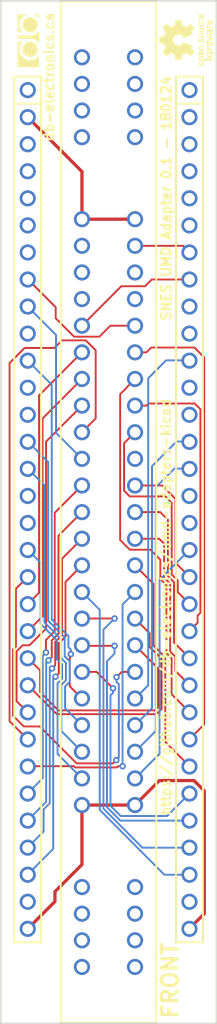
<source format=kicad_pcb>
(kicad_pcb (version 4) (host pcbnew 4.0.7-e2-6376~58~ubuntu16.04.1)

  (general
    (links 41)
    (no_connects 0)
    (area 130.480999 57.821652 150.951001 159.21978)
    (thickness 1.6)
    (drawings 12)
    (tracks 295)
    (zones 0)
    (modules 4)
    (nets 39)
  )

  (page USLetter)
  (title_block
    (title "SNES UMD Adapter")
    (date 2018-02-01)
    (rev 0.1)
    (company "db Electronics")
    (comment 1 "Licensed under the CERN OHL v.1.2")
    (comment 2 https://github.com/db-electronics/umd-adapters-kicad)
  )

  (layers
    (0 F.Cu signal)
    (31 B.Cu signal)
    (32 B.Adhes user)
    (33 F.Adhes user)
    (34 B.Paste user)
    (35 F.Paste user)
    (36 B.SilkS user)
    (37 F.SilkS user)
    (38 B.Mask user)
    (39 F.Mask user)
    (40 Dwgs.User user)
    (41 Cmts.User user)
    (42 Eco1.User user)
    (43 Eco2.User user)
    (44 Edge.Cuts user)
    (45 Margin user)
    (46 B.CrtYd user)
    (47 F.CrtYd user)
    (48 B.Fab user)
    (49 F.Fab user)
  )

  (setup
    (last_trace_width 0.1778)
    (trace_clearance 0.1524)
    (zone_clearance 0.508)
    (zone_45_only no)
    (trace_min 0.1778)
    (segment_width 0.15)
    (edge_width 0.15)
    (via_size 0.6096)
    (via_drill 0.3048)
    (via_min_size 0.6096)
    (via_min_drill 0.3048)
    (uvia_size 0.3)
    (uvia_drill 0.1)
    (uvias_allowed no)
    (uvia_min_size 0)
    (uvia_min_drill 0)
    (pcb_text_width 0.3)
    (pcb_text_size 1.5 1.5)
    (mod_edge_width 0.15)
    (mod_text_size 1 1)
    (mod_text_width 0.15)
    (pad_size 1.524 1.524)
    (pad_drill 0.762)
    (pad_to_mask_clearance 0.1016)
    (aux_axis_origin 0 0)
    (grid_origin 130.55394 58.04188)
    (visible_elements FFFFFF7F)
    (pcbplotparams
      (layerselection 0x010f0_80000001)
      (usegerberextensions true)
      (excludeedgelayer true)
      (linewidth 0.177800)
      (plotframeref false)
      (viasonmask false)
      (mode 1)
      (useauxorigin true)
      (hpglpennumber 1)
      (hpglpenspeed 20)
      (hpglpendiameter 15)
      (hpglpenoverlay 2)
      (psnegative false)
      (psa4output false)
      (plotreference true)
      (plotvalue false)
      (plotinvisibletext false)
      (padsonsilk false)
      (subtractmaskfromsilk false)
      (outputformat 1)
      (mirror false)
      (drillshape 0)
      (scaleselection 1)
      (outputdirectory gerbers/))
  )

  (net 0 "")
  (net 1 GND)
  (net 2 /~RD)
  (net 3 /A11)
  (net 4 /A10)
  (net 5 /A9)
  (net 6 /A8)
  (net 7 /A7)
  (net 8 /A6)
  (net 9 /A5)
  (net 10 /A4)
  (net 11 /A3)
  (net 12 /A2)
  (net 13 /A1)
  (net 14 /A0)
  (net 15 /D0)
  (net 16 /D1)
  (net 17 /D2)
  (net 18 /D3)
  (net 19 /~RESET)
  (net 20 +5V)
  (net 21 /~WR)
  (net 22 /D7)
  (net 23 /D6)
  (net 24 /D5)
  (net 25 /D4)
  (net 26 /A23)
  (net 27 /A22)
  (net 28 /A21)
  (net 29 /A20)
  (net 30 /A19)
  (net 31 /A18)
  (net 32 /A17)
  (net 33 /A16)
  (net 34 /A15)
  (net 35 /A14)
  (net 36 /A13)
  (net 37 /A12)
  (net 38 /~CE)

  (net_class Default "This is the default net class."
    (clearance 0.1524)
    (trace_width 0.1778)
    (via_dia 0.6096)
    (via_drill 0.3048)
    (uvia_dia 0.3)
    (uvia_drill 0.1)
    (add_net /A0)
    (add_net /A1)
    (add_net /A10)
    (add_net /A11)
    (add_net /A12)
    (add_net /A13)
    (add_net /A14)
    (add_net /A15)
    (add_net /A16)
    (add_net /A17)
    (add_net /A18)
    (add_net /A19)
    (add_net /A2)
    (add_net /A20)
    (add_net /A21)
    (add_net /A22)
    (add_net /A23)
    (add_net /A3)
    (add_net /A4)
    (add_net /A5)
    (add_net /A6)
    (add_net /A7)
    (add_net /A8)
    (add_net /A9)
    (add_net /D0)
    (add_net /D1)
    (add_net /D2)
    (add_net /D3)
    (add_net /D4)
    (add_net /D5)
    (add_net /D6)
    (add_net /D7)
    (add_net /~CE)
    (add_net /~RD)
    (add_net /~RESET)
    (add_net /~WR)
  )

  (net_class Power ""
    (clearance 0.1778)
    (trace_width 0.3048)
    (via_dia 0.6096)
    (via_drill 0.3048)
    (uvia_dia 0.3)
    (uvia_drill 0.1)
    (add_net +5V)
    (add_net GND)
  )

  (module db-thparts:UMD-CONN-DIP64 (layer F.Cu) (tedit 5A710AAF) (tstamp 5A710AC2)
    (at 133.09394 66.42388)
    (path /5A7163E6)
    (solder_mask_margin 0.1016)
    (fp_text reference CON101 (at 2.54 -3.175) (layer F.SilkS) hide
      (effects (font (size 0.889 0.889) (thickness 0.2032)))
    )
    (fp_text value UMD-CONN (at 7.62 -5) (layer F.Fab) hide
      (effects (font (size 1 1) (thickness 0.15)))
    )
    (fp_line (start 13.97 1.27) (end 16.51 1.27) (layer F.SilkS) (width 0.1778))
    (fp_line (start 16.51 -1.27) (end 13.97 -1.27) (layer F.SilkS) (width 0.1778))
    (fp_line (start 16.51 80.01) (end 16.51 -1.27) (layer F.SilkS) (width 0.1778))
    (fp_line (start 13.97 80.01) (end 16.51 80.01) (layer F.SilkS) (width 0.1778))
    (fp_line (start 13.97 -1.27) (end 13.97 80.01) (layer F.SilkS) (width 0.1778))
    (fp_line (start -1.27 1.27) (end 1.27 1.27) (layer F.SilkS) (width 0.1778))
    (fp_line (start 1.27 -1.27) (end 0 -1.27) (layer F.SilkS) (width 0.1778))
    (fp_line (start 1.27 80.01) (end 1.27 -1.27) (layer F.SilkS) (width 0.1778))
    (fp_line (start -1.27 80.01) (end 1.27 80.01) (layer F.SilkS) (width 0.1778))
    (fp_line (start -1.27 -1.27) (end -1.27 80.01) (layer F.SilkS) (width 0.1778))
    (fp_line (start 0 -1.27) (end -1.27 -1.27) (layer F.SilkS) (width 0.1778))
    (pad 1 thru_hole circle (at 0 0) (size 1.524 1.524) (drill 1.016) (layers *.Cu *.Mask))
    (pad 2 thru_hole circle (at 0 2.54) (size 1.524 1.524) (drill 1.016) (layers *.Cu *.Mask)
      (net 20 +5V))
    (pad 3 thru_hole circle (at 0 5.08) (size 1.524 1.524) (drill 1.016) (layers *.Cu *.Mask))
    (pad 4 thru_hole circle (at 0 7.62) (size 1.524 1.524) (drill 1.016) (layers *.Cu *.Mask))
    (pad 5 thru_hole circle (at 0 10.16) (size 1.524 1.524) (drill 1.016) (layers *.Cu *.Mask))
    (pad 6 thru_hole circle (at 0 12.7) (size 1.524 1.524) (drill 1.016) (layers *.Cu *.Mask))
    (pad 7 thru_hole circle (at 0 15.24) (size 1.524 1.524) (drill 1.016) (layers *.Cu *.Mask))
    (pad 8 thru_hole circle (at 0 17.78) (size 1.524 1.524) (drill 1.016) (layers *.Cu *.Mask)
      (net 2 /~RD))
    (pad 9 thru_hole circle (at 0 20.32) (size 1.524 1.524) (drill 1.016) (layers *.Cu *.Mask)
      (net 38 /~CE))
    (pad 10 thru_hole circle (at 0 22.86) (size 1.524 1.524) (drill 1.016) (layers *.Cu *.Mask))
    (pad 11 thru_hole circle (at 0 25.4) (size 1.524 1.524) (drill 1.016) (layers *.Cu *.Mask)
      (net 34 /A15))
    (pad 12 thru_hole circle (at 0 27.94) (size 1.524 1.524) (drill 1.016) (layers *.Cu *.Mask))
    (pad 13 thru_hole circle (at 0 30.48) (size 1.524 1.524) (drill 1.016) (layers *.Cu *.Mask))
    (pad 14 thru_hole circle (at 0 33.02) (size 1.524 1.524) (drill 1.016) (layers *.Cu *.Mask)
      (net 35 /A14))
    (pad 15 thru_hole circle (at 0 35.56) (size 1.524 1.524) (drill 1.016) (layers *.Cu *.Mask)
      (net 36 /A13))
    (pad 16 thru_hole circle (at 0 38.1) (size 1.524 1.524) (drill 1.016) (layers *.Cu *.Mask))
    (pad 17 thru_hole circle (at 0 40.64) (size 1.524 1.524) (drill 1.016) (layers *.Cu *.Mask))
    (pad 18 thru_hole circle (at 0 43.18) (size 1.524 1.524) (drill 1.016) (layers *.Cu *.Mask)
      (net 37 /A12))
    (pad 19 thru_hole circle (at 0 45.72) (size 1.524 1.524) (drill 1.016) (layers *.Cu *.Mask)
      (net 7 /A7))
    (pad 20 thru_hole circle (at 0 48.26) (size 1.524 1.524) (drill 1.016) (layers *.Cu *.Mask)
      (net 22 /D7))
    (pad 21 thru_hole circle (at 0 50.8) (size 1.524 1.524) (drill 1.016) (layers *.Cu *.Mask)
      (net 23 /D6))
    (pad 22 thru_hole circle (at 0 53.34) (size 1.524 1.524) (drill 1.016) (layers *.Cu *.Mask)
      (net 8 /A6))
    (pad 23 thru_hole circle (at 0 55.88) (size 1.524 1.524) (drill 1.016) (layers *.Cu *.Mask)
      (net 9 /A5))
    (pad 24 thru_hole circle (at 0 58.42) (size 1.524 1.524) (drill 1.016) (layers *.Cu *.Mask)
      (net 24 /D5))
    (pad 25 thru_hole circle (at 0 60.96) (size 1.524 1.524) (drill 1.016) (layers *.Cu *.Mask)
      (net 25 /D4))
    (pad 26 thru_hole circle (at 0 63.5) (size 1.524 1.524) (drill 1.016) (layers *.Cu *.Mask)
      (net 10 /A4))
    (pad 27 thru_hole circle (at 0 66.04) (size 1.524 1.524) (drill 1.016) (layers *.Cu *.Mask)
      (net 26 /A23))
    (pad 28 thru_hole circle (at 0 68.58) (size 1.524 1.524) (drill 1.016) (layers *.Cu *.Mask)
      (net 27 /A22))
    (pad 29 thru_hole circle (at 0 71.12) (size 1.524 1.524) (drill 1.016) (layers *.Cu *.Mask)
      (net 28 /A21))
    (pad 30 thru_hole circle (at 0 73.66) (size 1.524 1.524) (drill 1.016) (layers *.Cu *.Mask)
      (net 29 /A20))
    (pad 31 thru_hole circle (at 0 76.2) (size 1.524 1.524) (drill 1.016) (layers *.Cu *.Mask))
    (pad 32 thru_hole circle (at 0 78.74) (size 1.524 1.524) (drill 1.016) (layers *.Cu *.Mask)
      (net 1 GND))
    (pad 33 thru_hole circle (at 15.24 78.74) (size 1.524 1.524) (drill 1.016) (layers *.Cu *.Mask)
      (net 1 GND))
    (pad 34 thru_hole circle (at 15.24 76.2) (size 1.524 1.524) (drill 1.016) (layers *.Cu *.Mask))
    (pad 35 thru_hole circle (at 15.24 73.66) (size 1.524 1.524) (drill 1.016) (layers *.Cu *.Mask)
      (net 30 /A19))
    (pad 36 thru_hole circle (at 15.24 71.12) (size 1.524 1.524) (drill 1.016) (layers *.Cu *.Mask)
      (net 31 /A18))
    (pad 37 thru_hole circle (at 15.24 68.58) (size 1.524 1.524) (drill 1.016) (layers *.Cu *.Mask)
      (net 32 /A17))
    (pad 38 thru_hole circle (at 15.24 66.04) (size 1.524 1.524) (drill 1.016) (layers *.Cu *.Mask)
      (net 33 /A16))
    (pad 39 thru_hole circle (at 15.24 63.5) (size 1.524 1.524) (drill 1.016) (layers *.Cu *.Mask)
      (net 11 /A3))
    (pad 40 thru_hole circle (at 15.24 60.96) (size 1.524 1.524) (drill 1.016) (layers *.Cu *.Mask)
      (net 18 /D3))
    (pad 41 thru_hole circle (at 15.24 58.42) (size 1.524 1.524) (drill 1.016) (layers *.Cu *.Mask)
      (net 17 /D2))
    (pad 42 thru_hole circle (at 15.24 55.88) (size 1.524 1.524) (drill 1.016) (layers *.Cu *.Mask)
      (net 12 /A2))
    (pad 43 thru_hole circle (at 15.24 53.34) (size 1.524 1.524) (drill 1.016) (layers *.Cu *.Mask)
      (net 13 /A1))
    (pad 44 thru_hole circle (at 15.24 50.8) (size 1.524 1.524) (drill 1.016) (layers *.Cu *.Mask)
      (net 16 /D1))
    (pad 45 thru_hole circle (at 15.24 48.26) (size 1.524 1.524) (drill 1.016) (layers *.Cu *.Mask)
      (net 15 /D0))
    (pad 46 thru_hole circle (at 15.24 45.72) (size 1.524 1.524) (drill 1.016) (layers *.Cu *.Mask)
      (net 14 /A0))
    (pad 47 thru_hole circle (at 15.24 43.18) (size 1.524 1.524) (drill 1.016) (layers *.Cu *.Mask)
      (net 3 /A11))
    (pad 48 thru_hole circle (at 15.24 40.64) (size 1.524 1.524) (drill 1.016) (layers *.Cu *.Mask))
    (pad 49 thru_hole circle (at 15.24 38.1) (size 1.524 1.524) (drill 1.016) (layers *.Cu *.Mask))
    (pad 50 thru_hole circle (at 15.24 35.56) (size 1.524 1.524) (drill 1.016) (layers *.Cu *.Mask)
      (net 4 /A10))
    (pad 51 thru_hole circle (at 15.24 33.02) (size 1.524 1.524) (drill 1.016) (layers *.Cu *.Mask)
      (net 5 /A9))
    (pad 52 thru_hole circle (at 15.24 30.48) (size 1.524 1.524) (drill 1.016) (layers *.Cu *.Mask))
    (pad 53 thru_hole circle (at 15.24 27.94) (size 1.524 1.524) (drill 1.016) (layers *.Cu *.Mask))
    (pad 54 thru_hole circle (at 15.24 25.4) (size 1.524 1.524) (drill 1.016) (layers *.Cu *.Mask)
      (net 6 /A8))
    (pad 55 thru_hole circle (at 15.24 22.86) (size 1.524 1.524) (drill 1.016) (layers *.Cu *.Mask))
    (pad 56 thru_hole circle (at 15.24 20.32) (size 1.524 1.524) (drill 1.016) (layers *.Cu *.Mask))
    (pad 57 thru_hole circle (at 15.24 17.78) (size 1.524 1.524) (drill 1.016) (layers *.Cu *.Mask)
      (net 21 /~WR))
    (pad 58 thru_hole circle (at 15.24 15.24) (size 1.524 1.524) (drill 1.016) (layers *.Cu *.Mask)
      (net 19 /~RESET))
    (pad 59 thru_hole circle (at 15.24 12.7) (size 1.524 1.524) (drill 1.016) (layers *.Cu *.Mask))
    (pad 60 thru_hole circle (at 15.24 10.16) (size 1.524 1.524) (drill 1.016) (layers *.Cu *.Mask))
    (pad 61 thru_hole circle (at 15.24 7.62) (size 1.524 1.524) (drill 1.016) (layers *.Cu *.Mask))
    (pad 62 thru_hole circle (at 15.24 5.08) (size 1.524 1.524) (drill 1.016) (layers *.Cu *.Mask))
    (pad 63 thru_hole circle (at 15.24 2.54) (size 1.524 1.524) (drill 1.016) (layers *.Cu *.Mask))
    (pad 64 thru_hole circle (at 15.24 0) (size 1.524 1.524) (drill 1.016) (layers *.Cu *.Mask))
  )

  (module db-thparts:SNES-CONN-EXP locked (layer F.Cu) (tedit 5A737E66) (tstamp 5A60BDCE)
    (at 143.20394 148.74188 180)
    (path /5A716175)
    (fp_text reference CON102 (at 7.697 -2.4926 270) (layer F.SilkS) hide
      (effects (font (size 0.889 0.889) (thickness 0.1778)))
    )
    (fp_text value SNES-CONN (at 2.5 -9.5 180) (layer F.Fab) hide
      (effects (font (size 0.889 0.889) (thickness 0.1778)))
    )
    (fp_line (start -2 90.65) (end 7 90.65) (layer F.SilkS) (width 0.1778))
    (fp_line (start -2 0.75) (end -2 90.65) (layer F.SilkS) (width 0.1778))
    (fp_line (start 7 10.5) (end 7 90.65) (layer F.SilkS) (width 0.1778))
    (fp_line (start 7 -5.25) (end 7 10.5) (layer F.SilkS) (width 0.1778))
    (fp_line (start 5 -5.25) (end 7 -5.25) (layer F.SilkS) (width 0.1778))
    (fp_line (start -2 -5.25) (end 5 -5.25) (layer F.SilkS) (width 0.1778))
    (fp_line (start -2 -5.25) (end -2 0.75) (layer F.SilkS) (width 0.1778))
    (pad 1 thru_hole circle (at 0 0 180) (size 1.524 1.524) (drill 1.016) (layers *.Cu *.Mask))
    (pad 2 thru_hole circle (at 0 2.5 180) (size 1.524 1.524) (drill 1.016) (layers *.Cu *.Mask))
    (pad 3 thru_hole circle (at 0 5 180) (size 1.524 1.524) (drill 1.016) (layers *.Cu *.Mask))
    (pad 4 thru_hole circle (at 0 7.5 180) (size 1.524 1.524) (drill 1.016) (layers *.Cu *.Mask))
    (pad 5 thru_hole circle (at 0 15.2 180) (size 1.524 1.524) (drill 1.016) (layers *.Cu *.Mask)
      (net 1 GND))
    (pad 6 thru_hole circle (at 0 17.7 180) (size 1.524 1.524) (drill 1.016) (layers *.Cu *.Mask)
      (net 3 /A11))
    (pad 7 thru_hole circle (at 0 20.2 180) (size 1.524 1.524) (drill 1.016) (layers *.Cu *.Mask)
      (net 4 /A10))
    (pad 8 thru_hole circle (at 0 22.7 180) (size 1.524 1.524) (drill 1.016) (layers *.Cu *.Mask)
      (net 5 /A9))
    (pad 9 thru_hole circle (at 0 25.2 180) (size 1.524 1.524) (drill 1.016) (layers *.Cu *.Mask)
      (net 6 /A8))
    (pad 10 thru_hole circle (at 0 27.7 180) (size 1.524 1.524) (drill 1.016) (layers *.Cu *.Mask)
      (net 7 /A7))
    (pad 11 thru_hole circle (at 0 30.2 180) (size 1.524 1.524) (drill 1.016) (layers *.Cu *.Mask)
      (net 8 /A6))
    (pad 12 thru_hole circle (at 0 32.7 180) (size 1.524 1.524) (drill 1.016) (layers *.Cu *.Mask)
      (net 9 /A5))
    (pad 13 thru_hole circle (at 0 35.2 180) (size 1.524 1.524) (drill 1.016) (layers *.Cu *.Mask)
      (net 10 /A4))
    (pad 14 thru_hole circle (at 0 37.7 180) (size 1.524 1.524) (drill 1.016) (layers *.Cu *.Mask)
      (net 11 /A3))
    (pad 15 thru_hole circle (at 0 40.2 180) (size 1.524 1.524) (drill 1.016) (layers *.Cu *.Mask)
      (net 12 /A2))
    (pad 16 thru_hole circle (at 0 42.7 180) (size 1.524 1.524) (drill 1.016) (layers *.Cu *.Mask)
      (net 13 /A1))
    (pad 17 thru_hole circle (at 0 45.2 180) (size 1.524 1.524) (drill 1.016) (layers *.Cu *.Mask)
      (net 14 /A0))
    (pad 18 thru_hole circle (at 0 47.7 180) (size 1.524 1.524) (drill 1.016) (layers *.Cu *.Mask))
    (pad 19 thru_hole circle (at 0 50.2 180) (size 1.524 1.524) (drill 1.016) (layers *.Cu *.Mask)
      (net 15 /D0))
    (pad 20 thru_hole circle (at 0 52.7 180) (size 1.524 1.524) (drill 1.016) (layers *.Cu *.Mask)
      (net 16 /D1))
    (pad 21 thru_hole circle (at 0 55.2 180) (size 1.524 1.524) (drill 1.016) (layers *.Cu *.Mask)
      (net 17 /D2))
    (pad 22 thru_hole circle (at 0 57.7 180) (size 1.524 1.524) (drill 1.016) (layers *.Cu *.Mask)
      (net 18 /D3))
    (pad 23 thru_hole circle (at 0 60.2 180) (size 1.524 1.524) (drill 1.016) (layers *.Cu *.Mask)
      (net 2 /~RD))
    (pad 24 thru_hole circle (at 0 62.7 180) (size 1.524 1.524) (drill 1.016) (layers *.Cu *.Mask))
    (pad 25 thru_hole circle (at 0 65.2 180) (size 1.524 1.524) (drill 1.016) (layers *.Cu *.Mask))
    (pad 26 thru_hole circle (at 0 67.7 180) (size 1.524 1.524) (drill 1.016) (layers *.Cu *.Mask)
      (net 19 /~RESET))
    (pad 27 thru_hole circle (at 0 70.2 180) (size 1.524 1.524) (drill 1.016) (layers *.Cu *.Mask)
      (net 20 +5V))
    (pad 28 thru_hole circle (at 0 77.9 180) (size 1.524 1.524) (drill 1.016) (layers *.Cu *.Mask))
    (pad 29 thru_hole circle (at 0 80.4 180) (size 1.524 1.524) (drill 1.016) (layers *.Cu *.Mask))
    (pad 30 thru_hole circle (at 0 82.9 180) (size 1.524 1.524) (drill 1.016) (layers *.Cu *.Mask))
    (pad 31 thru_hole circle (at 0 85.4 180) (size 1.524 1.524) (drill 1.016) (layers *.Cu *.Mask))
    (pad 62 thru_hole circle (at 5 85.4 180) (size 1.524 1.524) (drill 1.016) (layers *.Cu *.Mask))
    (pad 61 thru_hole circle (at 5 82.9 180) (size 1.524 1.524) (drill 1.016) (layers *.Cu *.Mask))
    (pad 60 thru_hole circle (at 5 80.4 180) (size 1.524 1.524) (drill 1.016) (layers *.Cu *.Mask))
    (pad 59 thru_hole circle (at 5 77.9 180) (size 1.524 1.524) (drill 1.016) (layers *.Cu *.Mask))
    (pad 58 thru_hole circle (at 5 70.2 180) (size 1.524 1.524) (drill 1.016) (layers *.Cu *.Mask)
      (net 20 +5V))
    (pad 57 thru_hole circle (at 5 67.7 180) (size 1.524 1.524) (drill 1.016) (layers *.Cu *.Mask))
    (pad 56 thru_hole circle (at 5 65.2 180) (size 1.524 1.524) (drill 1.016) (layers *.Cu *.Mask))
    (pad 55 thru_hole circle (at 5 62.7 180) (size 1.524 1.524) (drill 1.016) (layers *.Cu *.Mask))
    (pad 54 thru_hole circle (at 5 60.2 180) (size 1.524 1.524) (drill 1.016) (layers *.Cu *.Mask)
      (net 21 /~WR))
    (pad 53 thru_hole circle (at 5 57.7 180) (size 1.524 1.524) (drill 1.016) (layers *.Cu *.Mask)
      (net 22 /D7))
    (pad 52 thru_hole circle (at 5 55.2 180) (size 1.524 1.524) (drill 1.016) (layers *.Cu *.Mask)
      (net 23 /D6))
    (pad 51 thru_hole circle (at 5 52.7 180) (size 1.524 1.524) (drill 1.016) (layers *.Cu *.Mask)
      (net 24 /D5))
    (pad 50 thru_hole circle (at 5 50.2 180) (size 1.524 1.524) (drill 1.016) (layers *.Cu *.Mask)
      (net 25 /D4))
    (pad 49 thru_hole circle (at 5 47.7 180) (size 1.524 1.524) (drill 1.016) (layers *.Cu *.Mask)
      (net 38 /~CE))
    (pad 48 thru_hole circle (at 5 45.2 180) (size 1.524 1.524) (drill 1.016) (layers *.Cu *.Mask)
      (net 26 /A23))
    (pad 47 thru_hole circle (at 5 42.7 180) (size 1.524 1.524) (drill 1.016) (layers *.Cu *.Mask)
      (net 27 /A22))
    (pad 46 thru_hole circle (at 5 40.2 180) (size 1.524 1.524) (drill 1.016) (layers *.Cu *.Mask)
      (net 28 /A21))
    (pad 45 thru_hole circle (at 5 37.7 180) (size 1.524 1.524) (drill 1.016) (layers *.Cu *.Mask)
      (net 29 /A20))
    (pad 44 thru_hole circle (at 5 35.2 180) (size 1.524 1.524) (drill 1.016) (layers *.Cu *.Mask)
      (net 30 /A19))
    (pad 43 thru_hole circle (at 5 32.7 180) (size 1.524 1.524) (drill 1.016) (layers *.Cu *.Mask)
      (net 31 /A18))
    (pad 42 thru_hole circle (at 5 30.2 180) (size 1.524 1.524) (drill 1.016) (layers *.Cu *.Mask)
      (net 32 /A17))
    (pad 41 thru_hole circle (at 5 27.7 180) (size 1.524 1.524) (drill 1.016) (layers *.Cu *.Mask)
      (net 33 /A16))
    (pad 40 thru_hole circle (at 5 25.2 180) (size 1.524 1.524) (drill 1.016) (layers *.Cu *.Mask)
      (net 34 /A15))
    (pad 39 thru_hole circle (at 5 22.7 180) (size 1.524 1.524) (drill 1.016) (layers *.Cu *.Mask)
      (net 35 /A14))
    (pad 38 thru_hole circle (at 5 20.2 180) (size 1.524 1.524) (drill 1.016) (layers *.Cu *.Mask)
      (net 36 /A13))
    (pad 37 thru_hole circle (at 5 17.7 180) (size 1.524 1.524) (drill 1.016) (layers *.Cu *.Mask)
      (net 37 /A12))
    (pad 36 thru_hole circle (at 5 15.2 180) (size 1.524 1.524) (drill 1.016) (layers *.Cu *.Mask)
      (net 1 GND))
    (pad 35 thru_hole circle (at 5 7.5 180) (size 1.524 1.524) (drill 1.016) (layers *.Cu *.Mask))
    (pad 34 thru_hole circle (at 5 5 180) (size 1.524 1.524) (drill 1.016) (layers *.Cu *.Mask))
    (pad 33 thru_hole circle (at 5 2.5 180) (size 1.524 1.524) (drill 1.016) (layers *.Cu *.Mask))
    (pad 32 thru_hole circle (at 5 0 180) (size 1.524 1.524) (drill 1.016) (layers *.Cu *.Mask))
  )

  (module db-artwork:oshw-logo_5mm (layer F.Cu) (tedit 0) (tstamp 5A737597)
    (at 147.95294 61.72488 90)
    (fp_text reference G*** (at 0 0 90) (layer F.SilkS) hide
      (effects (font (thickness 0.3)))
    )
    (fp_text value LOGO (at 0.75 0 90) (layer F.SilkS) hide
      (effects (font (thickness 0.3)))
    )
    (fp_poly (pts (xy -1.648813 1.254565) (xy -1.573372 1.289866) (xy -1.531909 1.360091) (xy -1.516601 1.473643)
      (xy -1.515937 1.514452) (xy -1.519939 1.61309) (xy -1.535865 1.674576) (xy -1.569598 1.717877)
      (xy -1.582414 1.728825) (xy -1.669289 1.769126) (xy -1.727557 1.766922) (xy -1.772671 1.760329)
      (xy -1.796063 1.772242) (xy -1.804869 1.815185) (xy -1.806223 1.901681) (xy -1.806223 1.905)
      (xy -1.80498 1.992961) (xy -1.796494 2.037001) (xy -1.77363 2.049645) (xy -1.729254 2.043417)
      (xy -1.727557 2.043077) (xy -1.635508 2.049731) (xy -1.581383 2.082009) (xy -1.545935 2.117081)
      (xy -1.525282 2.161056) (xy -1.515324 2.229479) (xy -1.511958 2.337894) (xy -1.511882 2.345392)
      (xy -1.512124 2.452745) (xy -1.51769 2.516115) (xy -1.532019 2.547933) (xy -1.558548 2.560628)
      (xy -1.572059 2.562955) (xy -1.605087 2.563511) (xy -1.624631 2.5456) (xy -1.635214 2.497465)
      (xy -1.641357 2.407351) (xy -1.642615 2.37951) (xy -1.648289 2.277949) (xy -1.657578 2.220375)
      (xy -1.675589 2.194348) (xy -1.707428 2.187431) (xy -1.721556 2.187222) (xy -1.759107 2.190658)
      (xy -1.781054 2.209296) (xy -1.792571 2.255632) (xy -1.798833 2.342159) (xy -1.800457 2.377722)
      (xy -1.806911 2.479964) (xy -1.81763 2.537774) (xy -1.836527 2.563162) (xy -1.862548 2.568222)
      (xy -1.893782 2.559997) (xy -1.911847 2.526827) (xy -1.921629 2.455966) (xy -1.924759 2.405944)
      (xy -1.927109 2.323) (xy -1.928216 2.19697) (xy -1.928075 2.041195) (xy -1.926683 1.86902)
      (xy -1.924958 1.745626) (xy -1.920494 1.47658) (xy -1.800988 1.47658) (xy -1.795739 1.567532)
      (xy -1.768428 1.635572) (xy -1.72571 1.664908) (xy -1.721556 1.665111) (xy -1.687596 1.645997)
      (xy -1.666746 1.624747) (xy -1.646915 1.571421) (xy -1.641211 1.492069) (xy -1.642124 1.47658)
      (xy -1.652953 1.405533) (xy -1.677377 1.374933) (xy -1.721556 1.368777) (xy -1.768682 1.376385)
      (xy -1.791465 1.409852) (xy -1.800988 1.47658) (xy -1.920494 1.47658) (xy -1.916693 1.247586)
      (xy -1.766054 1.245787) (xy -1.648813 1.254565)) (layer F.SilkS) (width 0.01))
    (fp_poly (pts (xy -1.173143 2.044178) (xy -1.106947 2.075933) (xy -1.074958 2.104456) (xy -1.056081 2.143894)
      (xy -1.046971 2.208383) (xy -1.044284 2.312062) (xy -1.044223 2.341125) (xy -1.044223 2.562384)
      (xy -1.200497 2.564251) (xy -1.306385 2.559442) (xy -1.374885 2.538874) (xy -1.412164 2.510725)
      (xy -1.4594 2.445852) (xy -1.45868 2.405944) (xy -1.321217 2.405944) (xy -1.315042 2.441472)
      (xy -1.269802 2.454605) (xy -1.243848 2.455333) (xy -1.181249 2.447158) (xy -1.158473 2.415858)
      (xy -1.157111 2.397014) (xy -1.168235 2.355337) (xy -1.212048 2.345698) (xy -1.234481 2.347625)
      (xy -1.298824 2.371718) (xy -1.321217 2.405944) (xy -1.45868 2.405944) (xy -1.458254 2.382361)
      (xy -1.423622 2.320501) (xy -1.373091 2.275251) (xy -1.295041 2.258478) (xy -1.266331 2.257777)
      (xy -1.193356 2.253397) (xy -1.163706 2.236212) (xy -1.162785 2.208388) (xy -1.188198 2.172724)
      (xy -1.253071 2.15944) (xy -1.275071 2.159) (xy -1.363813 2.150552) (xy -1.403792 2.126958)
      (xy -1.392132 2.090844) (xy -1.370395 2.072025) (xy -1.277169 2.035882) (xy -1.173143 2.044178)) (layer F.SilkS) (width 0.01))
    (fp_poly (pts (xy -0.829053 2.045246) (xy -0.818445 2.063677) (xy -0.805047 2.078803) (xy -0.776478 2.060526)
      (xy -0.727386 2.042775) (xy -0.664348 2.043878) (xy -0.611522 2.060548) (xy -0.592667 2.085526)
      (xy -0.617885 2.129542) (xy -0.681671 2.164869) (xy -0.733778 2.177462) (xy -0.77145 2.18666)
      (xy -0.793502 2.209969) (xy -0.805121 2.260551) (xy -0.811493 2.351572) (xy -0.812679 2.377722)
      (xy -0.819044 2.479749) (xy -0.829593 2.537434) (xy -0.848361 2.562881) (xy -0.876179 2.568222)
      (xy -0.901835 2.563875) (xy -0.91803 2.543873) (xy -0.926912 2.497772) (xy -0.930629 2.415132)
      (xy -0.931334 2.300111) (xy -0.930481 2.175498) (xy -0.926455 2.096852) (xy -0.91705 2.053701)
      (xy -0.900062 2.035576) (xy -0.874889 2.032) (xy -0.829053 2.045246)) (layer F.SilkS) (width 0.01))
    (fp_poly (pts (xy -0.202629 1.837584) (xy -0.186852 1.853032) (xy -0.177041 1.889832) (xy -0.17179 1.957027)
      (xy -0.16969 2.063661) (xy -0.169334 2.197337) (xy -0.169334 2.56023) (xy -0.338189 2.562624)
      (xy -0.437841 2.560777) (xy -0.498229 2.548567) (xy -0.536249 2.521308) (xy -0.549855 2.503896)
      (xy -0.582391 2.422528) (xy -0.594108 2.316531) (xy -0.59365 2.310593) (xy -0.479778 2.310593)
      (xy -0.463597 2.393013) (xy -0.423584 2.441831) (xy -0.372536 2.451423) (xy -0.323249 2.416163)
      (xy -0.306258 2.386858) (xy -0.288619 2.306139) (xy -0.300169 2.227047) (xy -0.336355 2.17196)
      (xy -0.351718 2.163312) (xy -0.406039 2.168229) (xy -0.452554 2.21425) (xy -0.478144 2.286282)
      (xy -0.479778 2.310593) (xy -0.59365 2.310593) (xy -0.585734 2.208082) (xy -0.557996 2.11936)
      (xy -0.536223 2.088444) (xy -0.460969 2.038791) (xy -0.379899 2.042226) (xy -0.336812 2.061215)
      (xy -0.303471 2.074007) (xy -0.287444 2.057689) (xy -0.282496 2.000982) (xy -0.282223 1.962437)
      (xy -0.278589 1.882693) (xy -0.263475 1.844828) (xy -0.230561 1.834512) (xy -0.225778 1.834444)
      (xy -0.202629 1.837584)) (layer F.SilkS) (width 0.01))
    (fp_poly (pts (xy 0.582202 2.038572) (xy 0.592666 2.047604) (xy 0.585071 2.079759) (xy 0.564688 2.153144)
      (xy 0.535121 2.254979) (xy 0.516704 2.31697) (xy 0.479187 2.436942) (xy 0.450486 2.511658)
      (xy 0.42549 2.550559) (xy 0.399086 2.563087) (xy 0.38382 2.562421) (xy 0.343343 2.540085)
      (xy 0.308532 2.479609) (xy 0.281061 2.398888) (xy 0.235224 2.243666) (xy 0.183013 2.405944)
      (xy 0.143518 2.510042) (xy 0.106316 2.563442) (xy 0.068726 2.5651) (xy 0.028069 2.513973)
      (xy -0.018337 2.409019) (xy -0.051803 2.314577) (xy -0.089597 2.191869) (xy -0.11073 2.100931)
      (xy -0.11334 2.050502) (xy -0.109418 2.043965) (xy -0.056638 2.037289) (xy -0.010663 2.086281)
      (xy 0.028141 2.190533) (xy 0.030284 2.198738) (xy 0.053341 2.275453) (xy 0.073599 2.320438)
      (xy 0.082817 2.325834) (xy 0.100499 2.291977) (xy 0.127644 2.223258) (xy 0.143547 2.17817)
      (xy 0.177221 2.100743) (xy 0.21232 2.053478) (xy 0.228097 2.046111) (xy 0.259074 2.071323)
      (xy 0.297096 2.138683) (xy 0.326234 2.210667) (xy 0.38459 2.375222) (xy 0.432302 2.203611)
      (xy 0.463232 2.105791) (xy 0.491638 2.052602) (xy 0.524222 2.03299) (xy 0.53634 2.032)
      (xy 0.582202 2.038572)) (layer F.SilkS) (width 0.01))
    (fp_poly (pts (xy 0.885897 2.051445) (xy 0.961099 2.086055) (xy 0.987434 2.116025) (xy 1.001943 2.170535)
      (xy 1.012226 2.261472) (xy 1.016 2.365777) (xy 1.016 2.562155) (xy 0.850405 2.564486)
      (xy 0.74297 2.560785) (xy 0.675693 2.543592) (xy 0.638738 2.515908) (xy 0.594244 2.435606)
      (xy 0.595055 2.424253) (xy 0.71793 2.424253) (xy 0.718716 2.425573) (xy 0.761993 2.450148)
      (xy 0.824321 2.447151) (xy 0.87871 2.421666) (xy 0.897883 2.391833) (xy 0.888867 2.352892)
      (xy 0.84168 2.342876) (xy 0.766148 2.35522) (xy 0.720551 2.38527) (xy 0.71793 2.424253)
      (xy 0.595055 2.424253) (xy 0.599667 2.359716) (xy 0.648799 2.298674) (xy 0.735434 2.262916)
      (xy 0.792238 2.257777) (xy 0.87036 2.250359) (xy 0.901661 2.22612) (xy 0.903111 2.215982)
      (xy 0.87758 2.178117) (xy 0.809367 2.155837) (xy 0.711042 2.153183) (xy 0.708412 2.153394)
      (xy 0.647057 2.144464) (xy 0.630658 2.113733) (xy 0.661157 2.075952) (xy 0.695912 2.058523)
      (xy 0.790482 2.040883) (xy 0.885897 2.051445)) (layer F.SilkS) (width 0.01))
    (fp_poly (pts (xy 1.348648 2.043458) (xy 1.41861 2.052881) (xy 1.439806 2.060514) (xy 1.460475 2.094611)
      (xy 1.438819 2.132489) (xy 1.386805 2.162488) (xy 1.324278 2.173111) (xy 1.281863 2.17552)
      (xy 1.257279 2.1911) (xy 1.244721 2.232377) (xy 1.238385 2.311877) (xy 1.236011 2.363611)
      (xy 1.229857 2.465449) (xy 1.219423 2.523888) (xy 1.199943 2.551972) (xy 1.166655 2.562742)
      (xy 1.163079 2.563271) (xy 1.132987 2.565427) (xy 1.11449 2.554634) (xy 1.105297 2.520601)
      (xy 1.103116 2.453036) (xy 1.105656 2.341647) (xy 1.106635 2.30978) (xy 1.114777 2.047128)
      (xy 1.258176 2.042007) (xy 1.348648 2.043458)) (layer F.SilkS) (width 0.01))
    (fp_poly (pts (xy 1.750702 2.05775) (xy 1.831069 2.125313) (xy 1.881066 2.220154) (xy 1.890889 2.287327)
      (xy 1.883857 2.319069) (xy 1.853949 2.335699) (xy 1.787946 2.341849) (xy 1.733597 2.342444)
      (xy 1.643557 2.344869) (xy 1.597872 2.354819) (xy 1.584563 2.376308) (xy 1.586144 2.391833)
      (xy 1.608257 2.425326) (xy 1.665602 2.439637) (xy 1.712606 2.441222) (xy 1.808413 2.448918)
      (xy 1.854034 2.470881) (xy 1.847349 2.505423) (xy 1.82195 2.528196) (xy 1.740614 2.559984)
      (xy 1.640168 2.564746) (xy 1.551661 2.541338) (xy 1.546277 2.538361) (xy 1.501534 2.485572)
      (xy 1.468618 2.398422) (xy 1.453642 2.298705) (xy 1.458509 2.225397) (xy 1.472228 2.195129)
      (xy 1.581616 2.195129) (xy 1.587292 2.230661) (xy 1.633189 2.254677) (xy 1.665111 2.257777)
      (xy 1.730504 2.245969) (xy 1.749777 2.218463) (xy 1.726263 2.175086) (xy 1.671081 2.155673)
      (xy 1.622777 2.162905) (xy 1.581616 2.195129) (xy 1.472228 2.195129) (xy 1.492074 2.151348)
      (xy 1.552078 2.083155) (xy 1.619996 2.039194) (xy 1.653478 2.032) (xy 1.750702 2.05775)) (layer F.SilkS) (width 0.01))
    (fp_poly (pts (xy -2.09979 1.280857) (xy -2.038566 1.358253) (xy -2.006398 1.468592) (xy -2.003778 1.514977)
      (xy -2.024185 1.633651) (xy -2.078827 1.719473) (xy -2.157841 1.766662) (xy -2.251362 1.769435)
      (xy -2.349524 1.722011) (xy -2.35275 1.719507) (xy -2.398029 1.675052) (xy -2.420243 1.621003)
      (xy -2.426961 1.536316) (xy -2.427111 1.51276) (xy -2.426204 1.497378) (xy -2.309388 1.497378)
      (xy -2.302277 1.584698) (xy -2.270212 1.627494) (xy -2.205856 1.648999) (xy -2.152379 1.622326)
      (xy -2.120806 1.55574) (xy -2.116667 1.512351) (xy -2.133482 1.421689) (xy -2.17469 1.371433)
      (xy -2.226438 1.36266) (xy -2.274872 1.396446) (xy -2.306139 1.473869) (xy -2.309388 1.497378)
      (xy -2.426204 1.497378) (xy -2.421236 1.413212) (xy -2.399216 1.348152) (xy -2.361793 1.303141)
      (xy -2.271003 1.247621) (xy -2.180469 1.242087) (xy -2.09979 1.280857)) (layer F.SilkS) (width 0.01))
    (fp_poly (pts (xy -1.137483 1.268437) (xy -1.06839 1.334469) (xy -1.027258 1.436718) (xy -1.02556 1.446388)
      (xy -1.008615 1.552222) (xy -1.16753 1.552222) (xy -1.263699 1.556201) (xy -1.313447 1.56976)
      (xy -1.326445 1.592653) (xy -1.302849 1.633931) (xy -1.246749 1.654328) (xy -1.180181 1.64751)
      (xy -1.162501 1.639773) (xy -1.103856 1.627413) (xy -1.076768 1.643854) (xy -1.047581 1.684995)
      (xy -1.063786 1.716612) (xy -1.116106 1.745247) (xy -1.217594 1.775288) (xy -1.304012 1.758849)
      (xy -1.362805 1.721211) (xy -1.433203 1.632079) (xy -1.458563 1.517102) (xy -1.440444 1.404055)
      (xy -1.319389 1.404055) (xy -1.304703 1.430818) (xy -1.241778 1.439333) (xy -1.177085 1.430014)
      (xy -1.164167 1.404055) (xy -1.198184 1.376507) (xy -1.241778 1.368777) (xy -1.297636 1.382081)
      (xy -1.319389 1.404055) (xy -1.440444 1.404055) (xy -1.439294 1.396881) (xy -1.38544 1.302842)
      (xy -1.308715 1.251103) (xy -1.221827 1.240141) (xy -1.137483 1.268437)) (layer F.SilkS) (width 0.01))
    (fp_poly (pts (xy -0.686292 1.254095) (xy -0.609183 1.281358) (xy -0.563367 1.338376) (xy -0.541501 1.433948)
      (xy -0.536223 1.566333) (xy -0.53761 1.674677) (xy -0.543795 1.738257) (xy -0.557815 1.768725)
      (xy -0.582707 1.777734) (xy -0.591378 1.778) (xy -0.6214 1.771351) (xy -0.639359 1.743286)
      (xy -0.649378 1.681624) (xy -0.654878 1.590446) (xy -0.663658 1.479831) (xy -0.68017 1.412639)
      (xy -0.707906 1.376006) (xy -0.714264 1.371724) (xy -0.769157 1.361746) (xy -0.811138 1.402786)
      (xy -0.837779 1.490395) (xy -0.846667 1.61406) (xy -0.848863 1.706795) (xy -0.858455 1.756243)
      (xy -0.879948 1.775488) (xy -0.903111 1.778) (xy -0.929495 1.773902) (xy -0.946081 1.754581)
      (xy -0.955119 1.709498) (xy -0.958859 1.628112) (xy -0.959556 1.513601) (xy -0.959556 1.249202)
      (xy -0.802037 1.247786) (xy -0.686292 1.254095)) (layer F.SilkS) (width 0.01))
    (fp_poly (pts (xy 0.02139 1.24846) (xy 0.097229 1.274429) (xy 0.146073 1.309696) (xy 0.146338 1.34186)
      (xy 0.105759 1.363955) (xy 0.032068 1.369016) (xy -0.003296 1.364977) (xy -0.075417 1.357692)
      (xy -0.107164 1.369264) (xy -0.112889 1.393392) (xy -0.090573 1.42988) (xy -0.034502 1.439333)
      (xy 0.065895 1.460179) (xy 0.13788 1.515865) (xy 0.168948 1.596118) (xy 0.169333 1.606811)
      (xy 0.156044 1.677083) (xy 0.129518 1.719465) (xy 0.045602 1.757648) (xy -0.062188 1.765566)
      (xy -0.169491 1.742266) (xy -0.1922 1.732057) (xy -0.250831 1.698018) (xy -0.264856 1.672029)
      (xy -0.244881 1.643896) (xy -0.198185 1.61813) (xy -0.146259 1.634133) (xy -0.065847 1.661213)
      (xy 0.00568 1.659192) (xy 0.044283 1.633733) (xy 0.042827 1.595645) (xy -0.003014 1.566279)
      (xy -0.081201 1.552848) (xy -0.091072 1.552654) (xy -0.171697 1.527988) (xy -0.224365 1.466316)
      (xy -0.237659 1.384601) (xy -0.22869 1.348214) (xy -0.174462 1.276896) (xy -0.087227 1.242768)
      (xy 0.02139 1.24846)) (layer F.SilkS) (width 0.01))
    (fp_poly (pts (xy 0.526856 1.266753) (xy 0.601972 1.336335) (xy 0.643249 1.442504) (xy 0.649111 1.509888)
      (xy 0.629112 1.630602) (xy 0.575398 1.718044) (xy 0.49739 1.766556) (xy 0.404511 1.770477)
      (xy 0.306185 1.724148) (xy 0.300139 1.719507) (xy 0.255599 1.676162) (xy 0.233307 1.623838)
      (xy 0.226081 1.54209) (xy 0.225833 1.51413) (xy 0.338666 1.51413) (xy 0.356046 1.59447)
      (xy 0.398462 1.640934) (xy 0.451334 1.649862) (xy 0.500078 1.617593) (xy 0.525936 1.561139)
      (xy 0.527783 1.480927) (xy 0.512187 1.423141) (xy 0.467809 1.366195) (xy 0.417579 1.357334)
      (xy 0.37252 1.390778) (xy 0.343652 1.460746) (xy 0.338666 1.51413) (xy 0.225833 1.51413)
      (xy 0.225777 1.50784) (xy 0.241589 1.375849) (xy 0.289763 1.289378) (xy 0.371407 1.246944)
      (xy 0.424616 1.241777) (xy 0.526856 1.266753)) (layer F.SilkS) (width 0.01))
    (fp_poly (pts (xy 1.098809 1.245869) (xy 1.115391 1.265165) (xy 1.124435 1.310198) (xy 1.128185 1.391497)
      (xy 1.128889 1.506632) (xy 1.128889 1.771487) (xy 0.986882 1.771487) (xy 0.855465 1.756353)
      (xy 0.782271 1.720812) (xy 0.749183 1.686722) (xy 0.730195 1.641244) (xy 0.721595 1.569094)
      (xy 0.719666 1.463013) (xy 0.720947 1.356174) (xy 0.727237 1.293259) (xy 0.74221 1.261764)
      (xy 0.76954 1.249184) (xy 0.783166 1.24687) (xy 0.816364 1.245582) (xy 0.835368 1.261326)
      (xy 0.844123 1.305783) (xy 0.84657 1.390636) (xy 0.846666 1.435018) (xy 0.851417 1.554526)
      (xy 0.868143 1.624293) (xy 0.900554 1.650411) (xy 0.952357 1.638974) (xy 0.966611 1.632082)
      (xy 0.994735 1.605524) (xy 1.010048 1.553586) (xy 1.01571 1.462966) (xy 1.016 1.424229)
      (xy 1.017778 1.325277) (xy 1.02569 1.270222) (xy 1.043605 1.246563) (xy 1.072444 1.241777)
      (xy 1.098809 1.245869)) (layer F.SilkS) (width 0.01))
    (fp_poly (pts (xy 1.485406 1.251608) (xy 1.54896 1.262865) (xy 1.56853 1.273555) (xy 1.568301 1.316013)
      (xy 1.534654 1.353897) (xy 1.488211 1.366331) (xy 1.479243 1.363942) (xy 1.418962 1.36349)
      (xy 1.378348 1.415685) (xy 1.357574 1.520204) (xy 1.354666 1.598011) (xy 1.35284 1.696152)
      (xy 1.344733 1.750473) (xy 1.326401 1.77355) (xy 1.298222 1.778) (xy 1.271838 1.773902)
      (xy 1.255252 1.754581) (xy 1.246214 1.709498) (xy 1.242474 1.628112) (xy 1.241777 1.513601)
      (xy 1.241777 1.249202) (xy 1.396768 1.247809) (xy 1.485406 1.251608)) (layer F.SilkS) (width 0.01))
    (fp_poly (pts (xy 1.882206 1.254176) (xy 1.933818 1.281057) (xy 1.969699 1.317645) (xy 1.959028 1.354135)
      (xy 1.950916 1.364459) (xy 1.911819 1.393136) (xy 1.863257 1.376685) (xy 1.860162 1.374775)
      (xy 1.792664 1.357283) (xy 1.73811 1.389677) (xy 1.704418 1.465624) (xy 1.698795 1.503845)
      (xy 1.709748 1.592129) (xy 1.753994 1.64415) (xy 1.821973 1.652189) (xy 1.86325 1.636576)
      (xy 1.928209 1.619769) (xy 1.968475 1.644629) (xy 1.975555 1.676357) (xy 1.951347 1.713475)
      (xy 1.89294 1.749539) (xy 1.821659 1.773346) (xy 1.783727 1.777141) (xy 1.719348 1.76249)
      (xy 1.683633 1.746037) (xy 1.625153 1.684927) (xy 1.583118 1.591476) (xy 1.566259 1.48926)
      (xy 1.570388 1.440226) (xy 1.613618 1.34497) (xy 1.690252 1.277719) (xy 1.784908 1.245209)
      (xy 1.882206 1.254176)) (layer F.SilkS) (width 0.01))
    (fp_poly (pts (xy 2.314527 1.267362) (xy 2.386069 1.334176) (xy 2.424203 1.427308) (xy 2.427111 1.462318)
      (xy 2.427111 1.552222) (xy 2.269537 1.552222) (xy 2.169838 1.558917) (xy 2.124952 1.579018)
      (xy 2.134855 1.612552) (xy 2.181749 1.648777) (xy 2.239574 1.662771) (xy 2.288114 1.642118)
      (xy 2.342109 1.619749) (xy 2.38617 1.638111) (xy 2.389886 1.641129) (xy 2.415116 1.671301)
      (xy 2.399962 1.701682) (xy 2.370437 1.727415) (xy 2.27419 1.772591) (xy 2.171063 1.767546)
      (xy 2.077782 1.713333) (xy 2.07305 1.708727) (xy 2.016453 1.619655) (xy 1.998946 1.516809)
      (xy 2.014277 1.424919) (xy 2.129414 1.424919) (xy 2.152271 1.436978) (xy 2.211103 1.439333)
      (xy 2.278137 1.433998) (xy 2.299682 1.414599) (xy 2.296206 1.397) (xy 2.257537 1.36053)
      (xy 2.229991 1.354666) (xy 2.170411 1.37504) (xy 2.144889 1.397) (xy 2.129414 1.424919)
      (xy 2.014277 1.424919) (xy 2.016116 1.413901) (xy 2.063547 1.324646) (xy 2.136827 1.262757)
      (xy 2.223353 1.241777) (xy 2.314527 1.267362)) (layer F.SilkS) (width 0.01))
    (fp_poly (pts (xy 0.287039 -2.427112) (xy 0.304833 -2.340855) (xy 0.326681 -2.231324) (xy 0.338102 -2.172729)
      (xy 0.36812 -2.017125) (xy 0.530895 -1.954007) (xy 0.620235 -1.920744) (xy 0.688455 -1.897875)
      (xy 0.717196 -1.890889) (xy 0.750131 -1.906137) (xy 0.815496 -1.94641) (xy 0.900094 -2.003503)
      (xy 0.913638 -2.013019) (xy 1.00229 -2.075096) (xy 1.075445 -2.125351) (xy 1.118691 -2.153895)
      (xy 1.121093 -2.155338) (xy 1.154841 -2.146111) (xy 1.215482 -2.106201) (xy 1.291083 -2.045897)
      (xy 1.36971 -1.975484) (xy 1.439429 -1.905249) (xy 1.488306 -1.845479) (xy 1.497029 -1.831295)
      (xy 1.499756 -1.792727) (xy 1.47384 -1.73024) (xy 1.415703 -1.636325) (xy 1.378427 -1.582305)
      (xy 1.235048 -1.378799) (xy 1.312267 -1.197109) (xy 1.367625 -1.083291) (xy 1.416737 -1.019447)
      (xy 1.449687 -1.001471) (xy 1.508365 -0.988966) (xy 1.601029 -0.970338) (xy 1.693333 -0.952372)
      (xy 1.876777 -0.917223) (xy 1.876777 -0.381) (xy 1.643211 -0.335582) (xy 1.535805 -0.313668)
      (xy 1.452177 -0.294663) (xy 1.405786 -0.281703) (xy 1.400807 -0.279138) (xy 1.386803 -0.249267)
      (xy 1.358371 -0.181212) (xy 1.32153 -0.089397) (xy 1.319665 -0.084667) (xy 1.24736 0.098777)
      (xy 1.366698 0.268111) (xy 1.427566 0.355176) (xy 1.476148 0.425945) (xy 1.50268 0.466182)
      (xy 1.503637 0.467793) (xy 1.49252 0.499445) (xy 1.448209 0.55957) (xy 1.378686 0.638036)
      (xy 1.331064 0.68686) (xy 1.140889 0.875577) (xy 0.960044 0.748233) (xy 0.851874 0.675773)
      (xy 0.774965 0.636324) (xy 0.717234 0.626743) (xy 0.666597 0.643886) (xy 0.636661 0.664119)
      (xy 0.587116 0.696195) (xy 0.562524 0.705555) (xy 0.545774 0.680842) (xy 0.511896 0.612522)
      (xy 0.464904 0.50932) (xy 0.408814 0.379963) (xy 0.368488 0.283842) (xy 0.193806 -0.137872)
      (xy 0.310397 -0.243204) (xy 0.417371 -0.354807) (xy 0.479853 -0.461944) (xy 0.505941 -0.58065)
      (xy 0.508 -0.634505) (xy 0.483728 -0.807618) (xy 0.41062 -0.952753) (xy 0.349198 -1.021261)
      (xy 0.21519 -1.112905) (xy 0.070358 -1.155825) (xy -0.076032 -1.154043) (xy -0.214712 -1.111582)
      (xy -0.336416 -1.032466) (xy -0.431878 -0.920717) (xy -0.491831 -0.780358) (xy -0.508 -0.649112)
      (xy -0.48728 -0.497719) (xy -0.42133 -0.364538) (xy -0.312885 -0.245325) (xy -0.193807 -0.137872)
      (xy -0.368489 0.283842) (xy -0.428404 0.42575) (xy -0.481889 0.547302) (xy -0.524927 0.639771)
      (xy -0.553505 0.69443) (xy -0.562524 0.705555) (xy -0.597708 0.690276) (xy -0.636662 0.664119)
      (xy -0.702376 0.628835) (xy -0.768855 0.630895) (xy -0.851261 0.672461) (xy -0.891822 0.700446)
      (xy -1.000222 0.779434) (xy -1.074624 0.828042) (xy -1.12895 0.845716) (xy -1.177121 0.8319)
      (xy -1.23306 0.786042) (xy -1.310688 0.707587) (xy -1.335132 0.682799) (xy -1.524689 0.491778)
      (xy -1.397345 0.310933) (xy -1.336599 0.218917) (xy -1.291604 0.139802) (xy -1.270599 0.088344)
      (xy -1.27 0.082918) (xy -1.279746 0.038175) (xy -1.304245 -0.03901) (xy -1.336389 -0.129039)
      (xy -1.369073 -0.212314) (xy -1.395189 -0.269236) (xy -1.401265 -0.279046) (xy -1.43078 -0.289178)
      (xy -1.502349 -0.306707) (xy -1.602584 -0.328444) (xy -1.64312 -0.336688) (xy -1.876778 -0.383395)
      (xy -1.876778 -0.917223) (xy -1.693334 -0.952372) (xy -1.588544 -0.972809) (xy -1.498896 -0.990919)
      (xy -1.449688 -1.001471) (xy -1.402677 -1.033409) (xy -1.352161 -1.111358) (xy -1.312175 -1.197329)
      (xy -1.234862 -1.379239) (xy -1.359366 -1.557453) (xy -1.421687 -1.647134) (xy -1.472311 -1.720851)
      (xy -1.501646 -1.764618) (xy -1.503742 -1.767938) (xy -1.494283 -1.801168) (xy -1.452125 -1.859659)
      (xy -1.388023 -1.93265) (xy -1.312734 -2.009381) (xy -1.237014 -2.079091) (xy -1.171618 -2.131019)
      (xy -1.127303 -2.154404) (xy -1.11826 -2.153587) (xy -1.080859 -2.129094) (xy -1.011608 -2.081589)
      (xy -0.924648 -2.020787) (xy -0.913639 -2.013019) (xy -0.827293 -1.954108) (xy -0.758199 -1.910787)
      (xy -0.719553 -1.891259) (xy -0.717196 -1.890889) (xy -0.680194 -1.90043) (xy -0.607709 -1.925232)
      (xy -0.530896 -1.954007) (xy -0.36812 -2.017125) (xy -0.338103 -2.172729) (xy -0.316782 -2.281334)
      (xy -0.295955 -2.384393) (xy -0.28704 -2.427112) (xy -0.265994 -2.525889) (xy 0.265993 -2.525889)
      (xy 0.287039 -2.427112)) (layer F.SilkS) (width 0.01))
  )

  (module db-artwork:db-logo_5mm (layer F.Cu) (tedit 0) (tstamp 5A738218)
    (at 133.14474 61.77568 90)
    (fp_text reference G*** (at 0 0 90) (layer F.SilkS) hide
      (effects (font (thickness 0.3)))
    )
    (fp_text value LOGO (at 0.75 0 90) (layer F.SilkS) hide
      (effects (font (thickness 0.3)))
    )
    (fp_poly (pts (xy -1.302456 -1.025891) (xy -0.115712 -1.024467) (xy -0.114241 -0.777522) (xy -0.114007 -0.72595)
      (xy -0.113928 -0.678028) (xy -0.113999 -0.6349) (xy -0.114209 -0.597707) (xy -0.11455 -0.567592)
      (xy -0.115014 -0.545699) (xy -0.115593 -0.533168) (xy -0.116052 -0.530578) (xy -0.12142 -0.534102)
      (xy -0.133093 -0.543555) (xy -0.149036 -0.557255) (xy -0.15837 -0.565528) (xy -0.231139 -0.624086)
      (xy -0.311785 -0.677123) (xy -0.397757 -0.723274) (xy -0.486505 -0.761176) (xy -0.575479 -0.789465)
      (xy -0.57874 -0.790309) (xy -0.649547 -0.805155) (xy -0.725734 -0.815204) (xy -0.803856 -0.820279)
      (xy -0.88047 -0.820201) (xy -0.95213 -0.814792) (xy -0.979312 -0.810987) (xy -1.084663 -0.788483)
      (xy -1.185395 -0.756099) (xy -1.280968 -0.714322) (xy -1.370843 -0.663641) (xy -1.454482 -0.604545)
      (xy -1.531346 -0.537523) (xy -1.600896 -0.463064) (xy -1.662593 -0.381655) (xy -1.715897 -0.293786)
      (xy -1.760271 -0.199945) (xy -1.795176 -0.100621) (xy -1.805856 -0.061494) (xy -1.817454 -0.011178)
      (xy -1.8257 0.03574) (xy -1.830914 0.082538) (xy -1.833415 0.132495) (xy -1.833525 0.188889)
      (xy -1.832919 0.21585) (xy -1.827872 0.301398) (xy -1.817336 0.379612) (xy -1.800588 0.453389)
      (xy -1.776906 0.52563) (xy -1.745567 0.599234) (xy -1.728729 0.63366) (xy -1.678502 0.722608)
      (xy -1.621802 0.803364) (xy -1.557323 0.877523) (xy -1.483758 0.946683) (xy -1.448842 0.975411)
      (xy -1.404728 1.010355) (xy -2.4892 1.010355) (xy -2.4892 -1.027316) (xy -1.302456 -1.025891)) (layer F.SilkS) (width 0.01))
    (fp_poly (pts (xy 0.485422 -0.404267) (xy 0.485438 -0.301468) (xy 0.485502 -0.209259) (xy 0.485633 -0.126941)
      (xy 0.485852 -0.053817) (xy 0.486179 0.010812) (xy 0.486635 0.067644) (xy 0.487241 0.11738)
      (xy 0.488017 0.160715) (xy 0.488984 0.198351) (xy 0.490162 0.230984) (xy 0.491571 0.259313)
      (xy 0.493233 0.284037) (xy 0.495167 0.305855) (xy 0.497394 0.325464) (xy 0.499936 0.343564)
      (xy 0.502811 0.360853) (xy 0.506042 0.378029) (xy 0.508816 0.391777) (xy 0.529735 0.472474)
      (xy 0.559039 0.55462) (xy 0.595415 0.635444) (xy 0.637551 0.712171) (xy 0.684133 0.782029)
      (xy 0.708403 0.813179) (xy 0.731704 0.839797) (xy 0.760614 0.870334) (xy 0.792208 0.901894)
      (xy 0.823564 0.931586) (xy 0.851756 0.956515) (xy 0.860777 0.963935) (xy 0.8795 0.979006)
      (xy 0.895535 0.992067) (xy 0.906314 1.00102) (xy 0.908553 1.002959) (xy 0.908305 1.004173)
      (xy 0.904311 1.005253) (xy 0.896001 1.006206) (xy 0.882808 1.007038) (xy 0.864162 1.007757)
      (xy 0.839493 1.008371) (xy 0.808234 1.008887) (xy 0.769816 1.009311) (xy 0.723668 1.009652)
      (xy 0.669224 1.009916) (xy 0.605913 1.010111) (xy 0.533167 1.010244) (xy 0.450416 1.010323)
      (xy 0.357093 1.010354) (xy 0.33122 1.010355) (xy -0.254378 1.010355) (xy -0.198215 0.965179)
      (xy -0.119807 0.894934) (xy -0.04934 0.81698) (xy 0.012631 0.732144) (xy 0.065552 0.641252)
      (xy 0.108869 0.545132) (xy 0.135682 0.466898) (xy 0.14093 0.449425) (xy 0.145637 0.433745)
      (xy 0.149835 0.419184) (xy 0.153556 0.405068) (xy 0.156834 0.390722) (xy 0.159698 0.375471)
      (xy 0.162182 0.358642) (xy 0.164318 0.339559) (xy 0.166137 0.317549) (xy 0.167672 0.291936)
      (xy 0.168954 0.262046) (xy 0.170017 0.227205) (xy 0.170891 0.186738) (xy 0.171609 0.13997)
      (xy 0.172203 0.086228) (xy 0.172705 0.024837) (xy 0.173146 -0.044878) (xy 0.17356 -0.123592)
      (xy 0.173978 -0.211978) (xy 0.174432 -0.310712) (xy 0.174629 -0.352778) (xy 0.1778 -1.024467)
      (xy 0.485422 -1.027471) (xy 0.485422 -0.404267)) (layer F.SilkS) (width 0.01))
    (fp_poly (pts (xy 2.463234 0.474087) (xy 2.464023 0.489714) (xy 2.464738 0.51445) (xy 2.465364 0.547205)
      (xy 2.465882 0.58689) (xy 2.466275 0.632415) (xy 2.466528 0.68269) (xy 2.466621 0.736625)
      (xy 2.466622 0.739422) (xy 2.466622 1.010355) (xy 2.269066 1.010355) (xy 2.223112 1.010303)
      (xy 2.180944 1.010154) (xy 2.14384 1.00992) (xy 2.113076 1.009614) (xy 2.08993 1.009249)
      (xy 2.075679 1.008836) (xy 2.071511 1.008446) (xy 2.075679 1.004421) (xy 2.086932 0.995066)
      (xy 2.103391 0.981915) (xy 2.117249 0.971083) (xy 2.185783 0.911974) (xy 2.249997 0.844791)
      (xy 2.308563 0.771384) (xy 2.360155 0.693605) (xy 2.403447 0.613303) (xy 2.437113 0.532329)
      (xy 2.441975 0.518048) (xy 2.449487 0.496486) (xy 2.456148 0.479685) (xy 2.460964 0.470045)
      (xy 2.462388 0.468659) (xy 2.463234 0.474087)) (layer F.SilkS) (width 0.01))
    (fp_poly (pts (xy -0.752182 -0.52703) (xy -0.668802 -0.512935) (xy -0.588463 -0.489367) (xy -0.511879 -0.456779)
      (xy -0.439767 -0.415625) (xy -0.372841 -0.366359) (xy -0.311817 -0.309433) (xy -0.257409 -0.245302)
      (xy -0.210332 -0.174418) (xy -0.171302 -0.097237) (xy -0.141034 -0.01421) (xy -0.123543 0.056444)
      (xy -0.119549 0.08557) (xy -0.117061 0.122743) (xy -0.116044 0.164829) (xy -0.116465 0.208691)
      (xy -0.118289 0.251196) (xy -0.121481 0.289207) (xy -0.126007 0.319588) (xy -0.126456 0.321733)
      (xy -0.151288 0.41081) (xy -0.186406 0.49578) (xy -0.231369 0.575602) (xy -0.238905 0.587022)
      (xy -0.262 0.617721) (xy -0.29183 0.652058) (xy -0.325777 0.687421) (xy -0.361223 0.721202)
      (xy -0.395552 0.750791) (xy -0.42563 0.773233) (xy -0.502491 0.818076) (xy -0.583743 0.853195)
      (xy -0.668167 0.878316) (xy -0.754545 0.893165) (xy -0.841659 0.897466) (xy -0.928292 0.890944)
      (xy -0.9398 0.889233) (xy -1.001586 0.876948) (xy -1.059514 0.859672) (xy -1.118254 0.835912)
      (xy -1.143 0.82427) (xy -1.22003 0.780838) (xy -1.289442 0.729761) (xy -1.351022 0.671879)
      (xy -1.404558 0.608034) (xy -1.449837 0.539068) (xy -1.486645 0.46582) (xy -1.51477 0.389134)
      (xy -1.533997 0.309849) (xy -1.544115 0.228808) (xy -1.54491 0.146851) (xy -1.536169 0.064821)
      (xy -1.517678 -0.016443) (xy -1.489225 -0.096098) (xy -1.450597 -0.173304) (xy -1.411143 -0.234245)
      (xy -1.358001 -0.298966) (xy -1.296671 -0.357699) (xy -1.22874 -0.409354) (xy -1.155794 -0.452838)
      (xy -1.079422 -0.487058) (xy -1.013417 -0.507939) (xy -0.925204 -0.524986) (xy -0.837888 -0.531198)
      (xy -0.752182 -0.52703)) (layer F.SilkS) (width 0.01))
    (fp_poly (pts (xy 1.532891 -0.527131) (xy 1.56401 -0.526449) (xy 1.58878 -0.525099) (xy 1.609669 -0.522879)
      (xy 1.629146 -0.519581) (xy 1.649679 -0.515003) (xy 1.653822 -0.513991) (xy 1.708455 -0.498905)
      (xy 1.757169 -0.48158) (xy 1.805331 -0.459986) (xy 1.829953 -0.447445) (xy 1.904958 -0.401753)
      (xy 1.973064 -0.347579) (xy 2.033695 -0.285793) (xy 2.086278 -0.217262) (xy 2.130238 -0.142856)
      (xy 2.165001 -0.063443) (xy 2.189993 0.020109) (xy 2.20464 0.106931) (xy 2.206009 0.121355)
      (xy 2.20808 0.210408) (xy 2.199399 0.297733) (xy 2.180378 0.382468) (xy 2.151431 0.463753)
      (xy 2.112968 0.540728) (xy 2.065402 0.61253) (xy 2.009145 0.6783) (xy 1.944608 0.737177)
      (xy 1.893195 0.774852) (xy 1.822382 0.817221) (xy 1.750856 0.849993) (xy 1.675333 0.874564)
      (xy 1.636888 0.883813) (xy 1.616931 0.887007) (xy 1.589323 0.889915) (xy 1.556791 0.892407)
      (xy 1.522066 0.894355) (xy 1.487876 0.895628) (xy 1.456951 0.896096) (xy 1.43202 0.895631)
      (xy 1.416755 0.894272) (xy 1.404053 0.892178) (xy 1.384509 0.889013) (xy 1.363133 0.885586)
      (xy 1.291553 0.869126) (xy 1.219076 0.842965) (xy 1.147922 0.808249) (xy 1.080312 0.766127)
      (xy 1.018465 0.717748) (xy 0.993132 0.694266) (xy 0.932936 0.627806) (xy 0.882373 0.555704)
      (xy 0.841235 0.477589) (xy 0.809315 0.393094) (xy 0.795745 0.344311) (xy 0.789026 0.308792)
      (xy 0.783985 0.265639) (xy 0.780777 0.218405) (xy 0.779562 0.170641) (xy 0.780496 0.125901)
      (xy 0.783736 0.087737) (xy 0.784225 0.084194) (xy 0.802537 -0.004783) (xy 0.830987 -0.088965)
      (xy 0.869418 -0.16803) (xy 0.917672 -0.241658) (xy 0.975593 -0.309526) (xy 0.977816 -0.311816)
      (xy 1.042371 -0.371371) (xy 1.110651 -0.420997) (xy 1.184052 -0.461496) (xy 1.263967 -0.493672)
      (xy 1.325164 -0.511836) (xy 1.34752 -0.517411) (xy 1.366721 -0.52148) (xy 1.385264 -0.524276)
      (xy 1.405649 -0.526028) (xy 1.430373 -0.526968) (xy 1.461935 -0.527328) (xy 1.492955 -0.527353)
      (xy 1.532891 -0.527131)) (layer F.SilkS) (width 0.01))
    (fp_poly (pts (xy 2.466622 -0.564445) (xy 2.466586 -0.493253) (xy 2.466483 -0.425405) (xy 2.466317 -0.361735)
      (xy 2.466094 -0.303077) (xy 2.46582 -0.250265) (xy 2.4655 -0.204135) (xy 2.465139 -0.16552)
      (xy 2.464742 -0.135255) (xy 2.464316 -0.114176) (xy 2.463865 -0.103115) (xy 2.463622 -0.1016)
      (xy 2.459301 -0.105993) (xy 2.458142 -0.108656) (xy 2.444783 -0.146297) (xy 2.434073 -0.175537)
      (xy 2.425114 -0.198695) (xy 2.417011 -0.218088) (xy 2.408865 -0.236033) (xy 2.408697 -0.236391)
      (xy 2.360034 -0.327751) (xy 2.303048 -0.413452) (xy 2.238785 -0.492117) (xy 2.168288 -0.562371)
      (xy 2.147711 -0.580233) (xy 2.062528 -0.645201) (xy 1.973609 -0.699781) (xy 1.880422 -0.74419)
      (xy 1.782436 -0.778646) (xy 1.679121 -0.803367) (xy 1.569945 -0.81857) (xy 1.565638 -0.818966)
      (xy 1.472273 -0.822044) (xy 1.376579 -0.815034) (xy 1.280265 -0.798388) (xy 1.185041 -0.77256)
      (xy 1.092617 -0.738002) (xy 1.004704 -0.695166) (xy 0.933129 -0.651458) (xy 0.907309 -0.633282)
      (xy 0.879344 -0.612433) (xy 0.851786 -0.590927) (xy 0.827186 -0.570776) (xy 0.808097 -0.553994)
      (xy 0.801511 -0.547593) (xy 0.796153 -0.542008) (xy 0.791716 -0.537876) (xy 0.788113 -0.536083)
      (xy 0.785258 -0.537514) (xy 0.783064 -0.543055) (xy 0.781445 -0.553592) (xy 0.780313 -0.570011)
      (xy 0.779581 -0.593196) (xy 0.779165 -0.624033) (xy 0.778975 -0.663408) (xy 0.778927 -0.712207)
      (xy 0.778933 -0.771315) (xy 0.778933 -1.027289) (xy 2.466622 -1.027289) (xy 2.466622 -0.564445)) (layer F.SilkS) (width 0.01))
  )

  (gr_text https://github.com/db-electronics/umd-adapters-kicad (at 146.09874 114.96328 90) (layer F.SilkS)
    (effects (font (size 0.889 0.889) (thickness 0.2032)))
  )
  (gr_text db-electronics.ca (at 135.12594 65.17928 90) (layer F.SilkS)
    (effects (font (size 0.889 0.889) (thickness 0.2032)))
  )
  (gr_text "SNES UMD Adapter 0.1 - 180124" (at 146.14954 76.58388 90) (layer F.SilkS)
    (effects (font (size 0.889 0.889) (thickness 0.22225)))
  )
  (gr_line (start 150.36594 58.54988) (end 131.06194 58.54988) (layer Margin) (width 0.15))
  (gr_line (start 150.36594 153.54588) (end 150.36594 58.54988) (layer Margin) (width 0.15))
  (gr_line (start 131.06194 153.54588) (end 150.36594 153.54588) (layer Margin) (width 0.15))
  (gr_line (start 131.06194 58.54988) (end 131.06194 153.54588) (layer Margin) (width 0.15))
  (gr_text FRONT (at 146.50514 150.01528 90) (layer F.SilkS)
    (effects (font (size 1.5 1.5) (thickness 0.3)))
  )
  (gr_line (start 150.876 58.039) (end 130.556 58.039) (layer Edge.Cuts) (width 0.15))
  (gr_line (start 150.876 154.051) (end 150.876 58.039) (layer Edge.Cuts) (width 0.15))
  (gr_line (start 130.556 154.051) (end 150.876 154.051) (layer Edge.Cuts) (width 0.15))
  (gr_line (start 130.556 58.039) (end 130.556 154.051) (layer Edge.Cuts) (width 0.15))

  (segment (start 135.65934 141.674938) (end 135.65934 142.59848) (width 0.3048) (layer F.Cu) (net 1))
  (segment (start 135.65934 142.59848) (end 133.09394 145.16388) (width 0.3048) (layer F.Cu) (net 1))
  (segment (start 138.20394 133.54188) (end 138.20394 139.130338) (width 0.3048) (layer F.Cu) (net 1))
  (segment (start 138.20394 139.130338) (end 135.65934 141.674938) (width 0.3048) (layer F.Cu) (net 1))
  (segment (start 138.20394 133.54188) (end 139.28157 133.54188) (width 0.3048) (layer F.Cu) (net 1))
  (segment (start 139.28157 133.54188) (end 143.20394 133.54188) (width 0.3048) (layer F.Cu) (net 1))
  (segment (start 143.20394 133.54188) (end 145.50114 131.24468) (width 0.3048) (layer F.Cu) (net 1))
  (segment (start 145.50114 131.24468) (end 148.761538 131.24468) (width 0.3048) (layer F.Cu) (net 1))
  (segment (start 148.761538 131.24468) (end 149.73094 132.214082) (width 0.3048) (layer F.Cu) (net 1))
  (segment (start 149.73094 132.214082) (end 149.73094 143.74066) (width 0.3048) (layer F.Cu) (net 1))
  (segment (start 149.73094 143.74066) (end 148.336 145.1356) (width 0.3048) (layer F.Cu) (net 1))
  (segment (start 135.72894 87.84188) (end 135.72894 86.80854) (width 0.1778) (layer F.Cu) (net 2))
  (segment (start 140.87894 88.54188) (end 139.850239 89.570581) (width 0.1778) (layer F.Cu) (net 2))
  (segment (start 139.850239 89.570581) (end 137.457641 89.570581) (width 0.1778) (layer F.Cu) (net 2))
  (segment (start 137.457641 89.570581) (end 135.72894 87.84188) (width 0.1778) (layer F.Cu) (net 2))
  (segment (start 143.20394 88.54188) (end 140.87894 88.54188) (width 0.1778) (layer F.Cu) (net 2))
  (segment (start 135.72894 86.80854) (end 133.096 84.1756) (width 0.1778) (layer F.Cu) (net 2))
  (segment (start 145.51457 112.39703) (end 145.51457 128.73125) (width 0.1778) (layer B.Cu) (net 3))
  (segment (start 145.51457 128.73125) (end 143.20394 131.04188) (width 0.1778) (layer B.Cu) (net 3))
  (segment (start 148.336 109.5756) (end 145.51457 112.39703) (width 0.1778) (layer B.Cu) (net 3))
  (segment (start 143.20394 128.54188) (end 145.15896 126.58686) (width 0.1778) (layer B.Cu) (net 4))
  (segment (start 145.15896 103.71106) (end 146.91442 101.9556) (width 0.1778) (layer B.Cu) (net 4))
  (segment (start 146.91442 101.9556) (end 148.336 101.9556) (width 0.1778) (layer B.Cu) (net 4))
  (segment (start 145.15896 126.58686) (end 145.15896 103.71106) (width 0.1778) (layer B.Cu) (net 4))
  (segment (start 148.336 99.4156) (end 147.11763 99.4156) (width 0.1778) (layer B.Cu) (net 5))
  (segment (start 147.11763 99.4156) (end 144.80335 101.72988) (width 0.1778) (layer B.Cu) (net 5))
  (segment (start 144.80335 101.72988) (end 144.80335 124.44247) (width 0.1778) (layer B.Cu) (net 5))
  (segment (start 144.80335 124.44247) (end 143.20394 126.04188) (width 0.1778) (layer B.Cu) (net 5))
  (segment (start 144.44774 93.47488) (end 146.12702 91.7956) (width 0.1778) (layer B.Cu) (net 6))
  (segment (start 146.12702 91.7956) (end 148.336 91.7956) (width 0.1778) (layer B.Cu) (net 6))
  (segment (start 144.44774 122.29808) (end 144.44774 93.47488) (width 0.1778) (layer B.Cu) (net 6))
  (segment (start 143.20394 123.54188) (end 144.44774 122.29808) (width 0.1778) (layer B.Cu) (net 6))
  (segment (start 141.434787 129.32698) (end 141.129988 129.631779) (width 0.1778) (layer F.Cu) (net 7))
  (segment (start 141.129988 129.631779) (end 137.698149 129.631779) (width 0.1778) (layer F.Cu) (net 7))
  (segment (start 137.698149 129.631779) (end 134.23105 126.16468) (width 0.1778) (layer F.Cu) (net 7))
  (segment (start 134.23105 126.16468) (end 132.71294 126.16468) (width 0.1778) (layer F.Cu) (net 7))
  (segment (start 141.67333 122.188822) (end 141.67333 129.088437) (width 0.1778) (layer B.Cu) (net 7))
  (segment (start 141.67333 129.088437) (end 141.434787 129.32698) (width 0.1778) (layer B.Cu) (net 7))
  (via (at 141.434787 129.32698) (size 0.6096) (drill 0.3048) (layers F.Cu B.Cu) (net 7))
  (segment (start 141.45744 121.972932) (end 141.67333 122.188822) (width 0.1778) (layer B.Cu) (net 7))
  (segment (start 133.096 112.1156) (end 131.97634 113.23526) (width 0.1778) (layer F.Cu) (net 7))
  (segment (start 131.97634 113.23526) (end 131.97634 118.676772) (width 0.1778) (layer F.Cu) (net 7))
  (segment (start 131.97634 118.676772) (end 131.711689 118.941423) (width 0.1778) (layer F.Cu) (net 7))
  (segment (start 131.711689 118.941423) (end 131.711689 125.163429) (width 0.1778) (layer F.Cu) (net 7))
  (segment (start 131.711689 125.163429) (end 132.71294 126.16468) (width 0.1778) (layer F.Cu) (net 7))
  (segment (start 141.45744 121.54188) (end 141.45744 121.972932) (width 0.1778) (layer B.Cu) (net 7))
  (segment (start 141.45744 121.972932) (end 141.45054 121.979832) (width 0.1778) (layer B.Cu) (net 7))
  (segment (start 143.20394 121.04188) (end 141.95744 121.04188) (width 0.1778) (layer F.Cu) (net 7))
  (segment (start 141.95744 121.04188) (end 141.45744 121.54188) (width 0.1778) (layer F.Cu) (net 7))
  (via (at 141.45744 121.54188) (size 0.6096) (drill 0.3048) (layers F.Cu B.Cu) (net 7))
  (segment (start 133.096 119.7356) (end 134.26728 120.90688) (width 0.1778) (layer F.Cu) (net 8))
  (segment (start 134.26728 122.943972) (end 134.26728 120.90688) (width 0.1778) (layer F.Cu) (net 8))
  (segment (start 135.980877 124.657569) (end 134.26728 122.943972) (width 0.1778) (layer F.Cu) (net 8))
  (segment (start 145.34833 120.68627) (end 145.34833 124.37509) (width 0.1778) (layer F.Cu) (net 8))
  (segment (start 145.34833 124.37509) (end 145.065851 124.657569) (width 0.1778) (layer F.Cu) (net 8))
  (segment (start 145.065851 124.657569) (end 135.980877 124.657569) (width 0.1778) (layer F.Cu) (net 8))
  (segment (start 143.20394 118.54188) (end 145.34833 120.68627) (width 0.1778) (layer F.Cu) (net 8))
  (segment (start 143.20394 118.54188) (end 144.47314 119.81108) (width 0.1778) (layer F.Cu) (net 8))
  (segment (start 143.20394 116.04188) (end 144.578941 117.416881) (width 0.1778) (layer F.Cu) (net 9))
  (segment (start 135.833579 125.013179) (end 133.857999 123.037599) (width 0.1778) (layer F.Cu) (net 9))
  (segment (start 144.578941 117.416881) (end 144.578941 118.700605) (width 0.1778) (layer F.Cu) (net 9))
  (segment (start 144.578941 118.700605) (end 145.70394 119.825604) (width 0.1778) (layer F.Cu) (net 9))
  (segment (start 145.70394 119.825604) (end 145.70394 124.52748) (width 0.1778) (layer F.Cu) (net 9))
  (segment (start 145.70394 124.52748) (end 145.218241 125.013179) (width 0.1778) (layer F.Cu) (net 9))
  (segment (start 145.218241 125.013179) (end 135.833579 125.013179) (width 0.1778) (layer F.Cu) (net 9))
  (segment (start 133.857999 123.037599) (end 133.096 122.2756) (width 0.1778) (layer F.Cu) (net 9))
  (segment (start 137.576641 130.013179) (end 137.459062 129.8956) (width 0.1778) (layer F.Cu) (net 10))
  (segment (start 137.459062 129.8956) (end 133.096 129.8956) (width 0.1778) (layer F.Cu) (net 10))
  (segment (start 142.03474 129.89848) (end 141.603688 129.89848) (width 0.1778) (layer F.Cu) (net 10))
  (segment (start 141.603688 129.89848) (end 141.488989 130.013179) (width 0.1778) (layer F.Cu) (net 10))
  (segment (start 141.488989 130.013179) (end 137.576641 130.013179) (width 0.1778) (layer F.Cu) (net 10))
  (segment (start 142.02894 128.62848) (end 142.02894 129.89268) (width 0.1778) (layer B.Cu) (net 10))
  (segment (start 142.02894 129.89268) (end 142.03474 129.89848) (width 0.1778) (layer B.Cu) (net 10))
  (via (at 142.03474 129.89848) (size 0.6096) (drill 0.3048) (layers F.Cu B.Cu) (net 10))
  (segment (start 142.02894 114.71688) (end 142.02894 128.62848) (width 0.1778) (layer B.Cu) (net 10))
  (segment (start 143.20394 113.54188) (end 142.02894 114.71688) (width 0.1778) (layer B.Cu) (net 10))
  (segment (start 146.05955 127.61915) (end 146.05955 119.678306) (width 0.1778) (layer F.Cu) (net 11))
  (segment (start 146.05955 119.678306) (end 144.93455 118.553306) (width 0.1778) (layer F.Cu) (net 11))
  (segment (start 144.93455 118.553306) (end 144.93455 112.77249) (width 0.1778) (layer F.Cu) (net 11))
  (segment (start 144.93455 112.77249) (end 143.965939 111.803879) (width 0.1778) (layer F.Cu) (net 11))
  (segment (start 143.965939 111.803879) (end 143.20394 111.04188) (width 0.1778) (layer F.Cu) (net 11))
  (segment (start 148.336 129.8956) (end 146.05955 127.61915) (width 0.1778) (layer F.Cu) (net 11))
  (segment (start 148.336 122.2756) (end 147.00394 120.94354) (width 0.1778) (layer F.Cu) (net 12))
  (segment (start 145.945452 109.008392) (end 145.47894 108.54188) (width 0.1778) (layer F.Cu) (net 12))
  (segment (start 145.47894 108.54188) (end 143.20394 108.54188) (width 0.1778) (layer F.Cu) (net 12))
  (segment (start 147.00394 120.94354) (end 147.00394 119.61688) (width 0.1778) (layer F.Cu) (net 12))
  (segment (start 147.00394 119.61688) (end 146.51772 119.13066) (width 0.1778) (layer F.Cu) (net 12))
  (segment (start 146.51772 119.13066) (end 146.51772 112.761476) (width 0.1778) (layer F.Cu) (net 12))
  (segment (start 146.51772 112.761476) (end 145.945452 112.189208) (width 0.1778) (layer F.Cu) (net 12))
  (segment (start 145.945452 112.189208) (end 145.945452 109.008392) (width 0.1778) (layer F.Cu) (net 12))
  (segment (start 146.301061 112.041909) (end 146.87333 112.614178) (width 0.1778) (layer F.Cu) (net 13))
  (segment (start 146.87333 112.614178) (end 146.87333 118.27293) (width 0.1778) (layer F.Cu) (net 13))
  (segment (start 146.87333 118.27293) (end 147.574001 118.973601) (width 0.1778) (layer F.Cu) (net 13))
  (segment (start 147.574001 118.973601) (end 148.336 119.7356) (width 0.1778) (layer F.Cu) (net 13))
  (segment (start 145.57606 106.04188) (end 146.30106 106.76688) (width 0.1778) (layer F.Cu) (net 13))
  (segment (start 146.30106 106.76688) (end 146.301061 112.041909) (width 0.1778) (layer F.Cu) (net 13))
  (segment (start 143.20394 106.04188) (end 145.57606 106.04188) (width 0.1778) (layer F.Cu) (net 13))
  (segment (start 148.336 112.1156) (end 147.01228 110.79188) (width 0.1778) (layer F.Cu) (net 14))
  (segment (start 147.01228 110.79188) (end 147.01228 104.80022) (width 0.1778) (layer F.Cu) (net 14))
  (segment (start 147.01228 104.80022) (end 145.75394 103.54188) (width 0.1778) (layer F.Cu) (net 14))
  (segment (start 145.75394 103.54188) (end 143.20394 103.54188) (width 0.1778) (layer F.Cu) (net 14))
  (segment (start 143.20394 98.54188) (end 142.175239 99.570581) (width 0.1778) (layer F.Cu) (net 15))
  (segment (start 147.22894 112.46688) (end 147.22894 113.54854) (width 0.1778) (layer F.Cu) (net 15))
  (segment (start 142.175239 99.570581) (end 142.175239 104.035657) (width 0.1778) (layer F.Cu) (net 15))
  (segment (start 147.22894 113.54854) (end 148.336 114.6556) (width 0.1778) (layer F.Cu) (net 15))
  (segment (start 142.175239 104.035657) (end 142.710163 104.570581) (width 0.1778) (layer F.Cu) (net 15))
  (segment (start 142.710163 104.570581) (end 146.057641 104.570581) (width 0.1778) (layer F.Cu) (net 15))
  (segment (start 146.057641 104.570581) (end 146.65667 105.16961) (width 0.1778) (layer F.Cu) (net 15))
  (segment (start 146.65667 105.16961) (end 146.65667 111.89461) (width 0.1778) (layer F.Cu) (net 15))
  (segment (start 146.65667 111.89461) (end 147.22894 112.46688) (width 0.1778) (layer F.Cu) (net 15))
  (segment (start 149.364701 115.49188) (end 149.364701 96.381823) (width 0.1778) (layer F.Cu) (net 16))
  (segment (start 148.336 117.1956) (end 149.097999 116.433601) (width 0.1778) (layer F.Cu) (net 16))
  (segment (start 149.097999 116.433601) (end 149.097999 115.758582) (width 0.1778) (layer F.Cu) (net 16))
  (segment (start 149.097999 115.758582) (end 149.364701 115.49188) (width 0.1778) (layer F.Cu) (net 16))
  (segment (start 144.476551 95.846899) (end 144.28157 96.04188) (width 0.1778) (layer F.Cu) (net 16))
  (segment (start 149.364701 96.381823) (end 148.829777 95.846899) (width 0.1778) (layer F.Cu) (net 16))
  (segment (start 148.829777 95.846899) (end 144.476551 95.846899) (width 0.1778) (layer F.Cu) (net 16))
  (segment (start 144.28157 96.04188) (end 143.20394 96.04188) (width 0.1778) (layer F.Cu) (net 16))
  (segment (start 143.20394 93.54188) (end 142.441941 94.303879) (width 0.1778) (layer F.Cu) (net 17))
  (segment (start 146.162111 119.277959) (end 146.64833 119.764178) (width 0.1778) (layer F.Cu) (net 17))
  (segment (start 142.441941 94.303879) (end 142.441941 94.329881) (width 0.1778) (layer F.Cu) (net 17))
  (segment (start 141.80394 108.664358) (end 142.710163 109.570581) (width 0.1778) (layer F.Cu) (net 17))
  (segment (start 142.441941 94.329881) (end 141.80394 94.967882) (width 0.1778) (layer F.Cu) (net 17))
  (segment (start 142.710163 109.570581) (end 144.650239 109.570581) (width 0.1778) (layer F.Cu) (net 17))
  (segment (start 141.80394 94.967882) (end 141.80394 108.664358) (width 0.1778) (layer F.Cu) (net 17))
  (segment (start 144.650239 109.570581) (end 145.589843 110.510185) (width 0.1778) (layer F.Cu) (net 17))
  (segment (start 145.589843 110.510185) (end 145.589843 112.336507) (width 0.1778) (layer F.Cu) (net 17))
  (segment (start 145.589843 112.336507) (end 146.16211 112.908774) (width 0.1778) (layer F.Cu) (net 17))
  (segment (start 146.16211 112.908774) (end 146.162111 119.277959) (width 0.1778) (layer F.Cu) (net 17))
  (segment (start 146.64833 119.764178) (end 146.64833 123.12793) (width 0.1778) (layer F.Cu) (net 17))
  (segment (start 146.64833 123.12793) (end 148.336 124.8156) (width 0.1778) (layer F.Cu) (net 17))
  (segment (start 143.20394 91.04188) (end 144.28157 91.04188) (width 0.1778) (layer F.Cu) (net 18))
  (segment (start 144.28157 91.04188) (end 144.73157 90.59188) (width 0.1778) (layer F.Cu) (net 18))
  (segment (start 144.73157 90.59188) (end 148.80394 90.59188) (width 0.1778) (layer F.Cu) (net 18))
  (segment (start 148.80394 90.59188) (end 149.720311 91.508251) (width 0.1778) (layer F.Cu) (net 18))
  (segment (start 149.720311 91.508251) (end 149.720311 125.971289) (width 0.1778) (layer F.Cu) (net 18))
  (segment (start 149.720311 125.971289) (end 148.336 127.3556) (width 0.1778) (layer F.Cu) (net 18))
  (segment (start 143.20394 81.04188) (end 147.74228 81.04188) (width 0.1778) (layer F.Cu) (net 19))
  (segment (start 147.74228 81.04188) (end 148.336 81.6356) (width 0.1778) (layer F.Cu) (net 19))
  (segment (start 143.20394 78.54188) (end 142.12631 78.54188) (width 0.3048) (layer F.Cu) (net 20))
  (segment (start 142.12631 78.54188) (end 138.20394 78.54188) (width 0.3048) (layer F.Cu) (net 20))
  (segment (start 133.09394 68.96388) (end 138.20394 74.07388) (width 0.3048) (layer F.Cu) (net 20))
  (segment (start 138.20394 74.07388) (end 138.20394 78.54188) (width 0.3048) (layer F.Cu) (net 20))
  (segment (start 144.14294 84.83888) (end 141.90694 84.83888) (width 0.1778) (layer F.Cu) (net 21))
  (segment (start 141.90694 84.83888) (end 138.20394 88.54188) (width 0.1778) (layer F.Cu) (net 21))
  (segment (start 144.77794 84.20388) (end 144.14294 84.83888) (width 0.1778) (layer F.Cu) (net 21))
  (segment (start 148.33394 84.20388) (end 144.77794 84.20388) (width 0.1778) (layer F.Cu) (net 21))
  (segment (start 134.16074 113.61708) (end 134.16074 95.08508) (width 0.1778) (layer F.Cu) (net 22))
  (segment (start 134.16074 95.08508) (end 138.20394 91.04188) (width 0.1778) (layer F.Cu) (net 22))
  (segment (start 133.09394 114.68388) (end 134.16074 113.61708) (width 0.1778) (layer F.Cu) (net 22))
  (segment (start 134.49095 97.25487) (end 134.49095 115.82687) (width 0.1778) (layer F.Cu) (net 23))
  (segment (start 134.49095 115.82687) (end 133.09394 117.22388) (width 0.1778) (layer F.Cu) (net 23))
  (segment (start 138.20394 93.54188) (end 134.49095 97.25487) (width 0.1778) (layer F.Cu) (net 23))
  (segment (start 133.09394 124.84388) (end 132.041899 123.791839) (width 0.1778) (layer F.Cu) (net 24))
  (segment (start 132.041899 123.791839) (end 132.041899 119.114121) (width 0.1778) (layer F.Cu) (net 24))
  (segment (start 132.041899 119.114121) (end 132.61134 118.54468) (width 0.1778) (layer F.Cu) (net 24))
  (segment (start 132.61134 118.54468) (end 133.258026 118.54468) (width 0.1778) (layer F.Cu) (net 24))
  (segment (start 133.258026 118.54468) (end 134.82116 116.981546) (width 0.1778) (layer F.Cu) (net 24))
  (segment (start 134.82116 116.981546) (end 134.82116 99.42466) (width 0.1778) (layer F.Cu) (net 24))
  (segment (start 134.82116 99.42466) (end 138.20394 96.04188) (width 0.1778) (layer F.Cu) (net 24))
  (segment (start 138.20394 98.54188) (end 139.49474 97.25108) (width 0.1778) (layer F.Cu) (net 25))
  (segment (start 131.381479 92.051455) (end 131.381479 125.671419) (width 0.1778) (layer F.Cu) (net 25))
  (segment (start 131.381479 125.671419) (end 132.331941 126.621881) (width 0.1778) (layer F.Cu) (net 25))
  (segment (start 139.49474 97.25108) (end 139.49474 90.847794) (width 0.1778) (layer F.Cu) (net 25))
  (segment (start 139.49474 90.847794) (end 138.565826 89.91888) (width 0.1778) (layer F.Cu) (net 25))
  (segment (start 132.331941 126.621881) (end 133.09394 127.38388) (width 0.1778) (layer F.Cu) (net 25))
  (segment (start 138.565826 89.91888) (end 136.31974 89.91888) (width 0.1778) (layer F.Cu) (net 25))
  (segment (start 136.31974 89.91888) (end 135.60854 90.63008) (width 0.1778) (layer F.Cu) (net 25))
  (segment (start 135.60854 90.63008) (end 132.802854 90.63008) (width 0.1778) (layer F.Cu) (net 25))
  (segment (start 132.802854 90.63008) (end 131.381479 92.051455) (width 0.1778) (layer F.Cu) (net 25))
  (segment (start 134.81051 119.220262) (end 134.505711 119.525061) (width 0.1778) (layer B.Cu) (net 26))
  (segment (start 134.505711 119.525061) (end 134.505711 131.025889) (width 0.1778) (layer B.Cu) (net 26))
  (segment (start 134.505711 131.025889) (end 134.18614 131.34546) (width 0.1778) (layer B.Cu) (net 26))
  (segment (start 134.18614 131.34546) (end 133.096 132.4356) (width 0.1778) (layer B.Cu) (net 26))
  (segment (start 135.63398 117.22388) (end 134.81051 118.04735) (width 0.1778) (layer F.Cu) (net 26))
  (segment (start 134.81051 118.04735) (end 134.81051 119.220262) (width 0.1778) (layer F.Cu) (net 26))
  (via (at 134.81051 119.220262) (size 0.6096) (drill 0.3048) (layers F.Cu B.Cu) (net 26))
  (segment (start 135.63398 116.18248) (end 135.63398 117.22388) (width 0.1778) (layer F.Cu) (net 26))
  (segment (start 135.63398 106.11184) (end 135.63398 116.18248) (width 0.1778) (layer F.Cu) (net 26))
  (segment (start 138.20394 103.54188) (end 135.63398 106.11184) (width 0.1778) (layer F.Cu) (net 26))
  (segment (start 135.35661 118.095554) (end 135.98959 117.462574) (width 0.1778) (layer F.Cu) (net 27))
  (segment (start 135.98959 117.462574) (end 135.98959 108.25623) (width 0.1778) (layer F.Cu) (net 27))
  (segment (start 135.98959 108.25623) (end 137.441941 106.803879) (width 0.1778) (layer F.Cu) (net 27))
  (segment (start 137.441941 106.803879) (end 138.20394 106.04188) (width 0.1778) (layer F.Cu) (net 27))
  (segment (start 135.051811 119.964146) (end 135.35661 119.659347) (width 0.1778) (layer F.Cu) (net 27))
  (segment (start 135.35661 119.659347) (end 135.35661 118.095554) (width 0.1778) (layer F.Cu) (net 27))
  (segment (start 133.096 134.9756) (end 134.13534 133.93626) (width 0.1778) (layer B.Cu) (net 27))
  (segment (start 134.13534 133.93626) (end 134.56632 133.50528) (width 0.1778) (layer B.Cu) (net 27))
  (segment (start 134.835921 120.180036) (end 134.835921 133.235679) (width 0.1778) (layer B.Cu) (net 27))
  (segment (start 134.835921 133.235679) (end 134.13534 133.93626) (width 0.1778) (layer B.Cu) (net 27))
  (segment (start 135.051811 119.964146) (end 134.835921 120.180036) (width 0.1778) (layer B.Cu) (net 27))
  (via (at 135.051811 119.964146) (size 0.6096) (drill 0.3048) (layers F.Cu B.Cu) (net 27))
  (segment (start 135.382021 120.718314) (end 135.68682 120.413515) (width 0.1778) (layer F.Cu) (net 28))
  (segment (start 135.68682 118.232331) (end 136.3198 117.599351) (width 0.1778) (layer F.Cu) (net 28))
  (segment (start 135.68682 120.413515) (end 135.68682 118.232331) (width 0.1778) (layer F.Cu) (net 28))
  (segment (start 136.3198 110.42602) (end 137.441941 109.303879) (width 0.1778) (layer F.Cu) (net 28))
  (segment (start 136.3198 117.599351) (end 136.3198 110.42602) (width 0.1778) (layer F.Cu) (net 28))
  (segment (start 137.441941 109.303879) (end 138.20394 108.54188) (width 0.1778) (layer F.Cu) (net 28))
  (segment (start 135.166131 133.372456) (end 135.166131 120.934204) (width 0.1778) (layer B.Cu) (net 28))
  (segment (start 135.166131 120.934204) (end 135.382021 120.718314) (width 0.1778) (layer B.Cu) (net 28))
  (via (at 135.382021 120.718314) (size 0.6096) (drill 0.3048) (layers F.Cu B.Cu) (net 28))
  (segment (start 134.59172 136.01988) (end 134.59172 133.946866) (width 0.1778) (layer B.Cu) (net 28))
  (segment (start 134.59172 133.946866) (end 135.166131 133.372456) (width 0.1778) (layer B.Cu) (net 28))
  (segment (start 134.59172 136.01988) (end 133.096 137.5156) (width 0.1778) (layer B.Cu) (net 28))
  (segment (start 136.11654 118.269595) (end 136.65001 117.736128) (width 0.1778) (layer F.Cu) (net 29))
  (segment (start 135.712231 121.49108) (end 136.01703 121.186281) (width 0.1778) (layer F.Cu) (net 29))
  (segment (start 136.01703 121.186281) (end 136.01703 118.369105) (width 0.1778) (layer F.Cu) (net 29))
  (segment (start 136.01703 118.369105) (end 136.11654 118.269595) (width 0.1778) (layer F.Cu) (net 29))
  (segment (start 136.65001 117.736128) (end 136.65001 112.60108) (width 0.1778) (layer F.Cu) (net 29))
  (segment (start 138.20394 111.04188) (end 137.441941 111.803879) (width 0.1778) (layer F.Cu) (net 29))
  (segment (start 137.441941 111.803879) (end 137.441941 111.809149) (width 0.1778) (layer F.Cu) (net 29))
  (segment (start 137.441941 111.809149) (end 136.65001 112.60108) (width 0.1778) (layer F.Cu) (net 29))
  (segment (start 135.35372 137.79788) (end 135.496341 137.655259) (width 0.1778) (layer B.Cu) (net 29))
  (segment (start 135.496341 137.655259) (end 135.496341 121.70697) (width 0.1778) (layer B.Cu) (net 29))
  (segment (start 135.496341 121.70697) (end 135.712231 121.49108) (width 0.1778) (layer B.Cu) (net 29))
  (via (at 135.712231 121.49108) (size 0.6096) (drill 0.3048) (layers F.Cu B.Cu) (net 29))
  (segment (start 135.35372 137.79788) (end 135.15134 138.00026) (width 0.1778) (layer B.Cu) (net 29))
  (segment (start 135.15134 138.00026) (end 133.096 140.0556) (width 0.1778) (layer B.Cu) (net 29))
  (segment (start 148.33394 140.08388) (end 145.96778 140.08388) (width 0.1778) (layer B.Cu) (net 30))
  (segment (start 145.96778 140.08388) (end 139.87574 133.99184) (width 0.1778) (layer B.Cu) (net 30))
  (segment (start 139.87574 133.99184) (end 139.87574 115.21368) (width 0.1778) (layer B.Cu) (net 30))
  (segment (start 139.87574 115.21368) (end 138.20394 113.54188) (width 0.1778) (layer B.Cu) (net 30))
  (segment (start 141.27274 116.03008) (end 138.21574 116.03008) (width 0.1778) (layer F.Cu) (net 31))
  (segment (start 138.21574 116.03008) (end 138.20394 116.04188) (width 0.1778) (layer F.Cu) (net 31))
  (segment (start 140.228266 117.074554) (end 141.27274 116.03008) (width 0.1778) (layer B.Cu) (net 31))
  (via (at 141.27274 116.03008) (size 0.6096) (drill 0.3048) (layers F.Cu B.Cu) (net 31))
  (segment (start 140.228266 133.87738) (end 140.228266 117.074554) (width 0.1778) (layer B.Cu) (net 31))
  (segment (start 148.33394 137.54388) (end 143.894766 137.54388) (width 0.1778) (layer B.Cu) (net 31))
  (segment (start 143.894766 137.54388) (end 140.228266 133.87738) (width 0.1778) (layer B.Cu) (net 31))
  (segment (start 141.27274 118.59548) (end 138.25754 118.59548) (width 0.1778) (layer F.Cu) (net 32))
  (segment (start 138.25754 118.59548) (end 138.20394 118.54188) (width 0.1778) (layer F.Cu) (net 32))
  (segment (start 140.558476 120.046344) (end 141.27274 119.33208) (width 0.1778) (layer B.Cu) (net 32))
  (segment (start 141.27274 119.33208) (end 141.27274 118.59548) (width 0.1778) (layer B.Cu) (net 32))
  (via (at 141.27274 118.59548) (size 0.6096) (drill 0.3048) (layers F.Cu B.Cu) (net 32))
  (segment (start 148.33394 135.00388) (end 141.821754 135.00388) (width 0.1778) (layer B.Cu) (net 32))
  (segment (start 141.821754 135.00388) (end 140.558476 133.740603) (width 0.1778) (layer B.Cu) (net 32))
  (segment (start 140.558476 133.740603) (end 140.558476 120.046344) (width 0.1778) (layer B.Cu) (net 32))
  (segment (start 141.12723 122.58328) (end 141.12723 123.014332) (width 0.1778) (layer B.Cu) (net 33))
  (segment (start 141.12723 123.014332) (end 140.888686 123.252876) (width 0.1778) (layer B.Cu) (net 33))
  (segment (start 141.855441 134.570581) (end 146.227239 134.570581) (width 0.1778) (layer B.Cu) (net 33))
  (segment (start 140.888686 123.252876) (end 140.888686 133.603826) (width 0.1778) (layer B.Cu) (net 33))
  (segment (start 140.888686 133.603826) (end 141.855441 134.570581) (width 0.1778) (layer B.Cu) (net 33))
  (segment (start 146.227239 134.570581) (end 147.571941 133.225879) (width 0.1778) (layer B.Cu) (net 33))
  (segment (start 147.571941 133.225879) (end 148.33394 132.46388) (width 0.1778) (layer B.Cu) (net 33))
  (segment (start 138.20394 121.04188) (end 139.58583 121.04188) (width 0.1778) (layer F.Cu) (net 33))
  (segment (start 139.58583 121.04188) (end 141.12723 122.58328) (width 0.1778) (layer F.Cu) (net 33))
  (via (at 141.12723 122.58328) (size 0.6096) (drill 0.3048) (layers F.Cu B.Cu) (net 33))
  (segment (start 137.15166 119.37648) (end 137.15166 118.945428) (width 0.1778) (layer B.Cu) (net 34))
  (segment (start 137.15166 118.945428) (end 136.92934 118.723108) (width 0.1778) (layer B.Cu) (net 34))
  (segment (start 136.92934 118.723108) (end 136.92934 117.681478) (width 0.1778) (layer B.Cu) (net 34))
  (segment (start 136.92934 117.681478) (end 135.35457 116.106708) (width 0.1778) (layer B.Cu) (net 34))
  (segment (start 135.35457 116.106708) (end 135.35457 94.08451) (width 0.1778) (layer B.Cu) (net 34))
  (segment (start 135.35457 94.08451) (end 133.855939 92.585879) (width 0.1778) (layer B.Cu) (net 34))
  (segment (start 133.855939 92.585879) (end 133.09394 91.82388) (width 0.1778) (layer B.Cu) (net 34))
  (segment (start 137.05642 119.49712) (end 137.05642 119.47172) (width 0.1778) (layer F.Cu) (net 34))
  (segment (start 137.05642 119.47172) (end 137.15166 119.37648) (width 0.1778) (layer F.Cu) (net 34))
  (via (at 137.15166 119.37648) (size 0.6096) (drill 0.3048) (layers F.Cu B.Cu) (net 34))
  (segment (start 137.05642 122.39436) (end 137.05642 119.49712) (width 0.1778) (layer F.Cu) (net 34))
  (segment (start 138.20394 123.54188) (end 137.05642 122.39436) (width 0.1778) (layer F.Cu) (net 34))
  (segment (start 136.613971 124.451911) (end 136.613971 122.414324) (width 0.1778) (layer B.Cu) (net 35))
  (segment (start 136.613971 122.414324) (end 137.04575 121.982545) (width 0.1778) (layer B.Cu) (net 35))
  (segment (start 137.04575 121.982545) (end 137.04575 120.042874) (width 0.1778) (layer B.Cu) (net 35))
  (segment (start 136.573759 117.792883) (end 135.02436 116.243484) (width 0.1778) (layer B.Cu) (net 35))
  (segment (start 135.02436 116.243484) (end 135.02436 101.34396) (width 0.1778) (layer B.Cu) (net 35))
  (segment (start 135.02436 101.34396) (end 133.857999 100.177599) (width 0.1778) (layer B.Cu) (net 35))
  (segment (start 133.857999 100.177599) (end 133.096 99.4156) (width 0.1778) (layer B.Cu) (net 35))
  (segment (start 137.04575 120.042874) (end 136.57376 119.570884) (width 0.1778) (layer B.Cu) (net 35))
  (segment (start 136.57376 119.570884) (end 136.573759 117.792883) (width 0.1778) (layer B.Cu) (net 35))
  (segment (start 138.20394 126.04188) (end 136.613971 124.451911) (width 0.1778) (layer B.Cu) (net 35))
  (segment (start 138.20394 126.04188) (end 136.8532 124.69114) (width 0.1778) (layer B.Cu) (net 35))
  (segment (start 136.690141 120.190173) (end 136.21815 119.718182) (width 0.1778) (layer B.Cu) (net 36))
  (segment (start 136.21815 119.718182) (end 136.21815 117.940182) (width 0.1778) (layer B.Cu) (net 36))
  (segment (start 136.21815 117.940182) (end 134.66875 116.390782) (width 0.1778) (layer B.Cu) (net 36))
  (segment (start 136.258361 126.596301) (end 136.258361 122.267026) (width 0.1778) (layer B.Cu) (net 36))
  (segment (start 136.258361 122.267026) (end 136.690142 121.835245) (width 0.1778) (layer B.Cu) (net 36))
  (segment (start 136.690142 121.835245) (end 136.690141 120.190173) (width 0.1778) (layer B.Cu) (net 36))
  (segment (start 138.20394 128.54188) (end 136.258361 126.596301) (width 0.1778) (layer B.Cu) (net 36))
  (segment (start 136.218149 117.940181) (end 134.66875 116.390782) (width 0.1778) (layer B.Cu) (net 36))
  (segment (start 134.66875 116.390782) (end 134.66875 103.52835) (width 0.1778) (layer B.Cu) (net 36))
  (segment (start 134.66875 103.52835) (end 133.857999 102.717599) (width 0.1778) (layer B.Cu) (net 36))
  (segment (start 133.857999 102.717599) (end 133.096 101.9556) (width 0.1778) (layer B.Cu) (net 36))
  (segment (start 138.20394 128.54188) (end 136.751601 127.089541) (width 0.1778) (layer B.Cu) (net 36))
  (segment (start 135.902751 128.740691) (end 135.902751 122.119728) (width 0.1778) (layer B.Cu) (net 37))
  (segment (start 135.902751 122.119728) (end 136.334532 121.687947) (width 0.1778) (layer B.Cu) (net 37))
  (segment (start 136.334532 121.687947) (end 136.334532 120.337472) (width 0.1778) (layer B.Cu) (net 37))
  (segment (start 136.334532 120.337472) (end 135.86254 119.86548) (width 0.1778) (layer B.Cu) (net 37))
  (segment (start 138.20394 131.04188) (end 135.902751 128.740691) (width 0.1778) (layer B.Cu) (net 37))
  (segment (start 135.86254 119.86548) (end 135.86254 118.08748) (width 0.1778) (layer B.Cu) (net 37))
  (segment (start 135.86254 119.02728) (end 135.86254 118.08748) (width 0.1778) (layer B.Cu) (net 37))
  (segment (start 135.86254 118.08748) (end 134.31314 116.53808) (width 0.1778) (layer B.Cu) (net 37))
  (segment (start 134.31314 116.53808) (end 134.31314 110.79274) (width 0.1778) (layer B.Cu) (net 37))
  (segment (start 134.31314 110.79274) (end 133.096 109.5756) (width 0.1778) (layer B.Cu) (net 37))
  (segment (start 135.76094 89.41088) (end 135.76094 98.59888) (width 0.1778) (layer B.Cu) (net 38))
  (segment (start 135.76094 98.59888) (end 138.20394 101.04188) (width 0.1778) (layer B.Cu) (net 38))
  (segment (start 133.09394 86.74388) (end 135.76094 89.41088) (width 0.1778) (layer B.Cu) (net 38))

)

</source>
